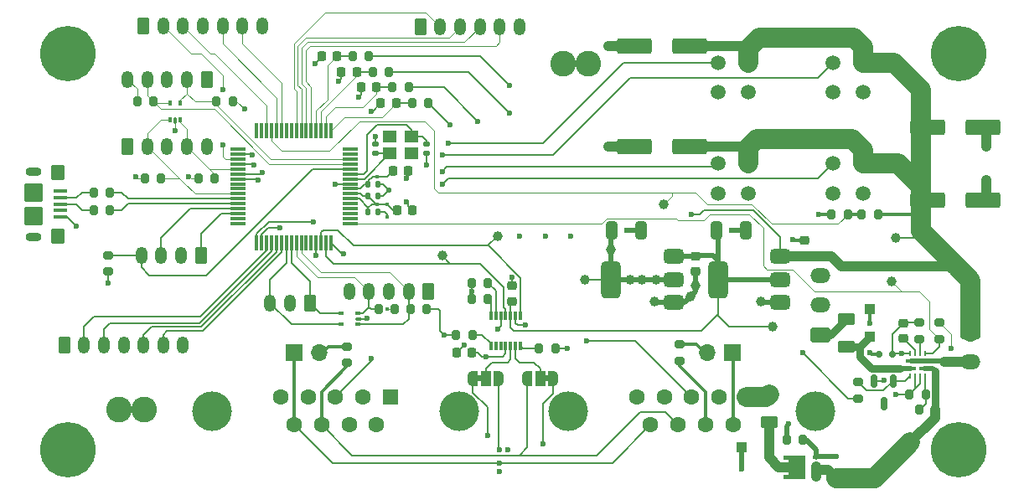
<source format=gbr>
%TF.GenerationSoftware,KiCad,Pcbnew,9.0.0*%
%TF.CreationDate,2025-05-15T11:56:11+12:00*%
%TF.ProjectId,Servo_Board,53657276-6f5f-4426-9f61-72642e6b6963,A*%
%TF.SameCoordinates,Original*%
%TF.FileFunction,Copper,L1,Top*%
%TF.FilePolarity,Positive*%
%FSLAX46Y46*%
G04 Gerber Fmt 4.6, Leading zero omitted, Abs format (unit mm)*
G04 Created by KiCad (PCBNEW 9.0.0) date 2025-05-15 11:56:11*
%MOMM*%
%LPD*%
G01*
G04 APERTURE LIST*
G04 Aperture macros list*
%AMRoundRect*
0 Rectangle with rounded corners*
0 $1 Rounding radius*
0 $2 $3 $4 $5 $6 $7 $8 $9 X,Y pos of 4 corners*
0 Add a 4 corners polygon primitive as box body*
4,1,4,$2,$3,$4,$5,$6,$7,$8,$9,$2,$3,0*
0 Add four circle primitives for the rounded corners*
1,1,$1+$1,$2,$3*
1,1,$1+$1,$4,$5*
1,1,$1+$1,$6,$7*
1,1,$1+$1,$8,$9*
0 Add four rect primitives between the rounded corners*
20,1,$1+$1,$2,$3,$4,$5,0*
20,1,$1+$1,$4,$5,$6,$7,0*
20,1,$1+$1,$6,$7,$8,$9,0*
20,1,$1+$1,$8,$9,$2,$3,0*%
%AMFreePoly0*
4,1,23,0.550000,-0.750000,0.000000,-0.750000,0.000000,-0.745722,-0.065263,-0.745722,-0.191342,-0.711940,-0.304381,-0.646677,-0.396677,-0.554381,-0.461940,-0.441342,-0.495722,-0.315263,-0.495722,-0.250000,-0.500000,-0.250000,-0.500000,0.250000,-0.495722,0.250000,-0.495722,0.315263,-0.461940,0.441342,-0.396677,0.554381,-0.304381,0.646677,-0.191342,0.711940,-0.065263,0.745722,0.000000,0.745722,
0.000000,0.750000,0.550000,0.750000,0.550000,-0.750000,0.550000,-0.750000,$1*%
%AMFreePoly1*
4,1,23,0.000000,0.745722,0.065263,0.745722,0.191342,0.711940,0.304381,0.646677,0.396677,0.554381,0.461940,0.441342,0.495722,0.315263,0.495722,0.250000,0.500000,0.250000,0.500000,-0.250000,0.495722,-0.250000,0.495722,-0.315263,0.461940,-0.441342,0.396677,-0.554381,0.304381,-0.646677,0.191342,-0.711940,0.065263,-0.745722,0.000000,-0.745722,0.000000,-0.750000,-0.550000,-0.750000,
-0.550000,0.750000,0.000000,0.750000,0.000000,0.745722,0.000000,0.745722,$1*%
%AMFreePoly2*
4,1,17,1.395000,0.765000,0.855000,0.765000,0.855000,0.535000,1.395000,0.535000,1.395000,0.115000,0.855000,0.115000,0.855000,-0.115000,1.395000,-0.115000,1.395000,-0.535000,0.855000,-0.535000,0.855000,-0.765000,1.395000,-0.765000,1.395000,-1.185000,-0.855000,-1.185000,-0.855000,1.185000,1.395000,1.185000,1.395000,0.765000,1.395000,0.765000,$1*%
G04 Aperture macros list end*
%TA.AperFunction,EtchedComponent*%
%ADD10C,0.000000*%
%TD*%
%TA.AperFunction,SMDPad,CuDef*%
%ADD11C,1.000000*%
%TD*%
%TA.AperFunction,ComponentPad*%
%ADD12C,2.600000*%
%TD*%
%TA.AperFunction,SMDPad,CuDef*%
%ADD13RoundRect,0.225000X0.250000X-0.225000X0.250000X0.225000X-0.250000X0.225000X-0.250000X-0.225000X0*%
%TD*%
%TA.AperFunction,SMDPad,CuDef*%
%ADD14RoundRect,0.250000X1.500000X0.550000X-1.500000X0.550000X-1.500000X-0.550000X1.500000X-0.550000X0*%
%TD*%
%TA.AperFunction,SMDPad,CuDef*%
%ADD15R,0.304800X0.972299*%
%TD*%
%TA.AperFunction,SMDPad,CuDef*%
%ADD16RoundRect,0.200000X-0.200000X-0.275000X0.200000X-0.275000X0.200000X0.275000X-0.200000X0.275000X0*%
%TD*%
%TA.AperFunction,SMDPad,CuDef*%
%ADD17RoundRect,0.200000X0.275000X-0.200000X0.275000X0.200000X-0.275000X0.200000X-0.275000X-0.200000X0*%
%TD*%
%TA.AperFunction,ComponentPad*%
%ADD18C,3.600000*%
%TD*%
%TA.AperFunction,ConnectorPad*%
%ADD19C,5.600000*%
%TD*%
%TA.AperFunction,ComponentPad*%
%ADD20RoundRect,0.250000X0.350000X0.625000X-0.350000X0.625000X-0.350000X-0.625000X0.350000X-0.625000X0*%
%TD*%
%TA.AperFunction,ComponentPad*%
%ADD21O,1.200000X1.750000*%
%TD*%
%TA.AperFunction,SMDPad,CuDef*%
%ADD22RoundRect,0.200000X0.200000X0.275000X-0.200000X0.275000X-0.200000X-0.275000X0.200000X-0.275000X0*%
%TD*%
%TA.AperFunction,SMDPad,CuDef*%
%ADD23FreePoly0,0.000000*%
%TD*%
%TA.AperFunction,SMDPad,CuDef*%
%ADD24R,1.000000X1.500000*%
%TD*%
%TA.AperFunction,SMDPad,CuDef*%
%ADD25FreePoly1,0.000000*%
%TD*%
%TA.AperFunction,ComponentPad*%
%ADD26RoundRect,0.250000X-0.350000X-0.625000X0.350000X-0.625000X0.350000X0.625000X-0.350000X0.625000X0*%
%TD*%
%TA.AperFunction,SMDPad,CuDef*%
%ADD27RoundRect,0.225000X-0.250000X0.225000X-0.250000X-0.225000X0.250000X-0.225000X0.250000X0.225000X0*%
%TD*%
%TA.AperFunction,SMDPad,CuDef*%
%ADD28RoundRect,0.225000X0.225000X0.250000X-0.225000X0.250000X-0.225000X-0.250000X0.225000X-0.250000X0*%
%TD*%
%TA.AperFunction,SMDPad,CuDef*%
%ADD29RoundRect,0.250000X0.625000X-0.375000X0.625000X0.375000X-0.625000X0.375000X-0.625000X-0.375000X0*%
%TD*%
%TA.AperFunction,ComponentPad*%
%ADD30R,1.700000X1.700000*%
%TD*%
%TA.AperFunction,ComponentPad*%
%ADD31O,1.700000X1.700000*%
%TD*%
%TA.AperFunction,SMDPad,CuDef*%
%ADD32RoundRect,0.140000X-0.170000X0.140000X-0.170000X-0.140000X0.170000X-0.140000X0.170000X0.140000X0*%
%TD*%
%TA.AperFunction,SMDPad,CuDef*%
%ADD33RoundRect,0.375000X0.625000X0.375000X-0.625000X0.375000X-0.625000X-0.375000X0.625000X-0.375000X0*%
%TD*%
%TA.AperFunction,SMDPad,CuDef*%
%ADD34RoundRect,0.500000X0.500000X1.400000X-0.500000X1.400000X-0.500000X-1.400000X0.500000X-1.400000X0*%
%TD*%
%TA.AperFunction,SMDPad,CuDef*%
%ADD35RoundRect,0.150000X-0.150000X0.512500X-0.150000X-0.512500X0.150000X-0.512500X0.150000X0.512500X0*%
%TD*%
%TA.AperFunction,SMDPad,CuDef*%
%ADD36RoundRect,0.250000X-0.300000X0.300000X-0.300000X-0.300000X0.300000X-0.300000X0.300000X0.300000X0*%
%TD*%
%TA.AperFunction,SMDPad,CuDef*%
%ADD37RoundRect,0.250000X-1.500000X-0.550000X1.500000X-0.550000X1.500000X0.550000X-1.500000X0.550000X0*%
%TD*%
%TA.AperFunction,SMDPad,CuDef*%
%ADD38RoundRect,0.250000X-0.325000X-0.650000X0.325000X-0.650000X0.325000X0.650000X-0.325000X0.650000X0*%
%TD*%
%TA.AperFunction,SMDPad,CuDef*%
%ADD39R,1.050000X0.399999*%
%TD*%
%TA.AperFunction,SMDPad,CuDef*%
%ADD40R,0.200000X0.599999*%
%TD*%
%TA.AperFunction,SMDPad,CuDef*%
%ADD41RoundRect,0.200000X-0.275000X0.200000X-0.275000X-0.200000X0.275000X-0.200000X0.275000X0.200000X0*%
%TD*%
%TA.AperFunction,SMDPad,CuDef*%
%ADD42RoundRect,0.140000X-0.140000X-0.170000X0.140000X-0.170000X0.140000X0.170000X-0.140000X0.170000X0*%
%TD*%
%TA.AperFunction,SMDPad,CuDef*%
%ADD43RoundRect,0.140000X0.170000X-0.140000X0.170000X0.140000X-0.170000X0.140000X-0.170000X-0.140000X0*%
%TD*%
%TA.AperFunction,SMDPad,CuDef*%
%ADD44RoundRect,0.100000X-0.575000X0.100000X-0.575000X-0.100000X0.575000X-0.100000X0.575000X0.100000X0*%
%TD*%
%TA.AperFunction,HeatsinkPad*%
%ADD45O,1.600000X0.900000*%
%TD*%
%TA.AperFunction,SMDPad,CuDef*%
%ADD46RoundRect,0.250000X-0.450000X0.550000X-0.450000X-0.550000X0.450000X-0.550000X0.450000X0.550000X0*%
%TD*%
%TA.AperFunction,SMDPad,CuDef*%
%ADD47RoundRect,0.250000X-0.700000X0.700000X-0.700000X-0.700000X0.700000X-0.700000X0.700000X0.700000X0*%
%TD*%
%TA.AperFunction,SMDPad,CuDef*%
%ADD48RoundRect,0.225000X-0.225000X-0.250000X0.225000X-0.250000X0.225000X0.250000X-0.225000X0.250000X0*%
%TD*%
%TA.AperFunction,SMDPad,CuDef*%
%ADD49FreePoly0,180.000000*%
%TD*%
%TA.AperFunction,SMDPad,CuDef*%
%ADD50FreePoly1,180.000000*%
%TD*%
%TA.AperFunction,SMDPad,CuDef*%
%ADD51RoundRect,0.075000X0.700000X0.075000X-0.700000X0.075000X-0.700000X-0.075000X0.700000X-0.075000X0*%
%TD*%
%TA.AperFunction,SMDPad,CuDef*%
%ADD52RoundRect,0.075000X0.075000X0.700000X-0.075000X0.700000X-0.075000X-0.700000X0.075000X-0.700000X0*%
%TD*%
%TA.AperFunction,SMDPad,CuDef*%
%ADD53RoundRect,0.095000X0.095000X-0.155000X0.095000X0.155000X-0.095000X0.155000X-0.095000X-0.155000X0*%
%TD*%
%TA.AperFunction,SMDPad,CuDef*%
%ADD54RoundRect,0.075000X0.075000X-0.250000X0.075000X0.250000X-0.075000X0.250000X-0.075000X-0.250000X0*%
%TD*%
%TA.AperFunction,SMDPad,CuDef*%
%ADD55R,1.400000X1.200000*%
%TD*%
%TA.AperFunction,SMDPad,CuDef*%
%ADD56RoundRect,0.150000X0.150000X0.200000X-0.150000X0.200000X-0.150000X-0.200000X0.150000X-0.200000X0*%
%TD*%
%TA.AperFunction,SMDPad,CuDef*%
%ADD57RoundRect,0.250000X-0.300000X-0.300000X0.300000X-0.300000X0.300000X0.300000X-0.300000X0.300000X0*%
%TD*%
%TA.AperFunction,SMDPad,CuDef*%
%ADD58RoundRect,0.105000X0.245000X0.105000X-0.245000X0.105000X-0.245000X-0.105000X0.245000X-0.105000X0*%
%TD*%
%TA.AperFunction,SMDPad,CuDef*%
%ADD59FreePoly2,180.000000*%
%TD*%
%TA.AperFunction,SMDPad,CuDef*%
%ADD60RoundRect,0.125000X0.125000X-0.125000X0.125000X0.125000X-0.125000X0.125000X-0.125000X-0.125000X0*%
%TD*%
%TA.AperFunction,SMDPad,CuDef*%
%ADD61RoundRect,0.095000X0.155000X0.095000X-0.155000X0.095000X-0.155000X-0.095000X0.155000X-0.095000X0*%
%TD*%
%TA.AperFunction,SMDPad,CuDef*%
%ADD62RoundRect,0.075000X0.250000X0.075000X-0.250000X0.075000X-0.250000X-0.075000X0.250000X-0.075000X0*%
%TD*%
%TA.AperFunction,ComponentPad*%
%ADD63RoundRect,0.250001X0.499999X0.499999X-0.499999X0.499999X-0.499999X-0.499999X0.499999X-0.499999X0*%
%TD*%
%TA.AperFunction,ComponentPad*%
%ADD64C,1.500000*%
%TD*%
%TA.AperFunction,ComponentPad*%
%ADD65RoundRect,0.250001X0.759999X-0.499999X0.759999X0.499999X-0.759999X0.499999X-0.759999X-0.499999X0*%
%TD*%
%TA.AperFunction,ComponentPad*%
%ADD66O,2.020000X1.500000*%
%TD*%
%TA.AperFunction,ComponentPad*%
%ADD67C,4.000000*%
%TD*%
%TA.AperFunction,ComponentPad*%
%ADD68R,1.600000X1.600000*%
%TD*%
%TA.AperFunction,ComponentPad*%
%ADD69C,1.600000*%
%TD*%
%TA.AperFunction,ComponentPad*%
%ADD70RoundRect,0.250001X-0.759999X0.499999X-0.759999X-0.499999X0.759999X-0.499999X0.759999X0.499999X0*%
%TD*%
%TA.AperFunction,ViaPad*%
%ADD71C,0.450000*%
%TD*%
%TA.AperFunction,ViaPad*%
%ADD72C,0.600000*%
%TD*%
%TA.AperFunction,ViaPad*%
%ADD73C,1.000000*%
%TD*%
%TA.AperFunction,Conductor*%
%ADD74C,0.200000*%
%TD*%
%TA.AperFunction,Conductor*%
%ADD75C,1.000000*%
%TD*%
%TA.AperFunction,Conductor*%
%ADD76C,0.100000*%
%TD*%
%TA.AperFunction,Conductor*%
%ADD77C,0.300000*%
%TD*%
%TA.AperFunction,Conductor*%
%ADD78C,0.750000*%
%TD*%
%TA.AperFunction,Conductor*%
%ADD79C,0.500000*%
%TD*%
%TA.AperFunction,Conductor*%
%ADD80C,2.000000*%
%TD*%
G04 APERTURE END LIST*
D10*
%TA.AperFunction,EtchedComponent*%
%TO.C,JP2*%
G36*
X146800000Y-113100000D02*
G01*
X146300000Y-113100000D01*
X146300000Y-112500000D01*
X146800000Y-112500000D01*
X146800000Y-113100000D01*
G37*
%TD.AperFunction*%
%TA.AperFunction,EtchedComponent*%
%TO.C,JP1*%
G36*
X153600000Y-113100000D02*
G01*
X153100000Y-113100000D01*
X153100000Y-112500000D01*
X153600000Y-112500000D01*
X153600000Y-113100000D01*
G37*
%TD.AperFunction*%
%TD*%
D11*
%TO.P,TP17,1,1*%
%TO.N,+5V*%
X176200000Y-107600000D03*
%TD*%
D12*
%TO.P,TP20,1,1*%
%TO.N,GND*%
X155000000Y-81000000D03*
X157540000Y-81000000D03*
%TD*%
%TO.P,TP19,1,1*%
%TO.N,GND*%
X110130000Y-116000000D03*
X112670000Y-116000000D03*
%TD*%
D11*
%TO.P,TP18,1,1*%
%TO.N,+3V3*%
X157200000Y-102800000D03*
%TD*%
%TO.P,TP16,1,1*%
%TO.N,+7V4*%
X188600000Y-98600000D03*
%TD*%
%TO.P,TP4,1,1*%
%TO.N,/PWR_SOURCE*%
X188200000Y-103000000D03*
%TD*%
%TO.P,TP3,1,1*%
%TO.N,/2S+ A10*%
X165200000Y-95200000D03*
%TD*%
%TO.P,TP2,1,1*%
%TO.N,/CAN1_TX*%
X142800000Y-100400000D03*
%TD*%
%TO.P,TP1,1,1*%
%TO.N,/CAN1_RX*%
X148400000Y-98400000D03*
%TD*%
D13*
%TO.P,C9,1*%
%TO.N,+5V*%
X149800000Y-105000000D03*
%TO.P,C9,2*%
%TO.N,GND*%
X149800000Y-103450000D03*
%TD*%
D14*
%TO.P,C21,1*%
%TO.N,+7V4*%
X167800000Y-89400000D03*
%TO.P,C21,2*%
%TO.N,GND*%
X162200000Y-89400000D03*
%TD*%
D15*
%TO.P,U2,1,TXD1*%
%TO.N,/CAN1_RX*%
X150700378Y-106459749D03*
%TO.P,U2,2,GND*%
%TO.N,GND*%
X150200252Y-106459749D03*
%TO.P,U2,3,VCC*%
%TO.N,+5V*%
X149700126Y-106459749D03*
%TO.P,U2,4,RXD1*%
%TO.N,/CAN1_TX*%
X149200000Y-106459749D03*
%TO.P,U2,5,GND*%
%TO.N,GND*%
X148699874Y-106459749D03*
%TO.P,U2,6,TXD2*%
%TO.N,Net-(U2-TXD2)*%
X148199748Y-106459749D03*
%TO.P,U2,7,RXD2*%
%TO.N,Net-(U2-RXD2)*%
X147699622Y-106459749D03*
%TO.P,U2,8,STB2*%
%TO.N,Net-(U2-STB2)*%
X147699622Y-109540251D03*
%TO.P,U2,9,CANL2*%
%TO.N,unconnected-(U2-CANL2-Pad9)*%
X148199748Y-109540251D03*
%TO.P,U2,10,CANH2*%
%TO.N,unconnected-(U2-CANH2-Pad10)*%
X148699874Y-109540251D03*
%TO.P,U2,11,VIO*%
%TO.N,+3V3*%
X149200000Y-109540251D03*
%TO.P,U2,12,CANL1*%
%TO.N,/CANL*%
X149700126Y-109540251D03*
%TO.P,U2,13,CANH1*%
%TO.N,/CANH*%
X150200252Y-109540251D03*
%TO.P,U2,14,STB1*%
%TO.N,Net-(U2-STB1)*%
X150700378Y-109540251D03*
%TD*%
D16*
%TO.P,R4,1*%
%TO.N,+3V3*%
X111975000Y-84800000D03*
%TO.P,R4,2*%
%TO.N,/I2C3_SCL*%
X113625000Y-84800000D03*
%TD*%
D17*
%TO.P,R22,1*%
%TO.N,Net-(U5-ILM)*%
X191000000Y-108825000D03*
%TO.P,R22,2*%
%TO.N,Net-(D8-A)*%
X191000000Y-107175000D03*
%TD*%
D18*
%TO.P,H4,1,1*%
%TO.N,GND*%
X195000000Y-120000000D03*
D19*
X195000000Y-120000000D03*
%TD*%
D20*
%TO.P,J1,1,Pin_1*%
%TO.N,/SWCLK*%
X118400000Y-100400000D03*
D21*
%TO.P,J1,2,Pin_2*%
%TO.N,GND*%
X116400000Y-100400000D03*
%TO.P,J1,3,Pin_3*%
%TO.N,/SWDIO*%
X114400000Y-100400000D03*
%TO.P,J1,4,Pin_4*%
%TO.N,/NRST*%
X112400000Y-100400000D03*
%TD*%
D22*
%TO.P,R20,1*%
%TO.N,Net-(J16-Pin_4)*%
X137400000Y-81800000D03*
%TO.P,R20,2*%
%TO.N,/POT_C A2*%
X135750000Y-81800000D03*
%TD*%
D23*
%TO.P,JP2,1,A*%
%TO.N,/CANL1*%
X145900000Y-112800000D03*
D24*
%TO.P,JP2,2,C*%
%TO.N,/CANL*%
X147200000Y-112800000D03*
D25*
%TO.P,JP2,3,B*%
%TO.N,/CANL2*%
X148500000Y-112800000D03*
%TD*%
D26*
%TO.P,J18,1,Pin_1*%
%TO.N,GND*%
X112600000Y-77200000D03*
D21*
%TO.P,J18,2,Pin_2*%
%TO.N,/PWM_EXT*%
X114600000Y-77200000D03*
%TO.P,J18,3,Pin_3*%
%TO.N,/A11*%
X116600000Y-77200000D03*
%TO.P,J18,4,Pin_4*%
%TO.N,+3V3*%
X118600000Y-77200000D03*
%TO.P,J18,5,Pin_5*%
%TO.N,/A9*%
X120600000Y-77200000D03*
%TO.P,J18,6,Pin_6*%
%TO.N,/A8*%
X122600000Y-77200000D03*
%TO.P,J18,7,Pin_7*%
%TO.N,GND*%
X124600000Y-77200000D03*
%TD*%
D27*
%TO.P,C12,1*%
%TO.N,+5V*%
X168400000Y-100425000D03*
%TO.P,C12,2*%
%TO.N,GND*%
X168400000Y-101975000D03*
%TD*%
D28*
%TO.P,C19,1*%
%TO.N,/POT_C A2*%
X134150000Y-81800000D03*
%TO.P,C19,2*%
%TO.N,GND*%
X132600000Y-81800000D03*
%TD*%
D13*
%TO.P,C23,1*%
%TO.N,Net-(U5-SS)*%
X189400000Y-108775000D03*
%TO.P,C23,2*%
%TO.N,Net-(D8-A)*%
X189400000Y-107225000D03*
%TD*%
D29*
%TO.P,F2,1*%
%TO.N,Net-(D10-A2)*%
X183600000Y-109600000D03*
%TO.P,F2,2*%
%TO.N,Net-(J19-Pin_1)*%
X183600000Y-106800000D03*
%TD*%
D16*
%TO.P,R30,1*%
%TO.N,+3V3*%
X112750000Y-92600000D03*
%TO.P,R30,2*%
%TO.N,/I2C1_SDA*%
X114400000Y-92600000D03*
%TD*%
D30*
%TO.P,J10,1,Pin_1*%
%TO.N,/CANL2*%
X127800000Y-110200000D03*
D31*
%TO.P,J10,2,Pin_2*%
%TO.N,Net-(J10-Pin_2)*%
X130340000Y-110200000D03*
%TD*%
D32*
%TO.P,C7,1*%
%TO.N,Net-(U1-PF1)*%
X141200000Y-89120000D03*
%TO.P,C7,2*%
%TO.N,GND*%
X141200000Y-90080000D03*
%TD*%
D33*
%TO.P,U3,1,GND*%
%TO.N,GND*%
X166150000Y-105100000D03*
%TO.P,U3,2,VO*%
%TO.N,+3V3*%
X166150000Y-102800000D03*
D34*
X159850000Y-102800000D03*
D33*
%TO.P,U3,3,VI*%
%TO.N,+5V*%
X166150000Y-100500000D03*
%TD*%
D28*
%TO.P,C10,1*%
%TO.N,/POT_B A1*%
X136150000Y-83400000D03*
%TO.P,C10,2*%
%TO.N,GND*%
X134600000Y-83400000D03*
%TD*%
D26*
%TO.P,J8,1,Pin_1*%
%TO.N,GND*%
X140600000Y-77250000D03*
D21*
%TO.P,J8,2,Pin_2*%
%TO.N,/SPI_MOSI*%
X142600000Y-77250000D03*
%TO.P,J8,3,Pin_3*%
%TO.N,/SPI_MISO*%
X144600000Y-77250000D03*
%TO.P,J8,4,Pin_4*%
%TO.N,/SPI_SCK*%
X146600000Y-77250000D03*
%TO.P,J8,5,Pin_5*%
%TO.N,/SPI_CS*%
X148600000Y-77250000D03*
%TO.P,J8,6,Pin_6*%
%TO.N,+3V3*%
X150600000Y-77250000D03*
%TD*%
D18*
%TO.P,H3,1,1*%
%TO.N,GND*%
X105000000Y-120000000D03*
D19*
X105000000Y-120000000D03*
%TD*%
D22*
%TO.P,R8,1*%
%TO.N,Net-(U1-PA10{slash}PA12)*%
X109225000Y-95800000D03*
%TO.P,R8,2*%
%TO.N,/USB_D+*%
X107575000Y-95800000D03*
%TD*%
D35*
%TO.P,D9,1,K*%
%TO.N,Net-(D9-K)*%
X188350000Y-113062500D03*
%TO.P,D9,2,A*%
%TO.N,Net-(D8-A)*%
X186450000Y-113062500D03*
%TO.P,D9,3*%
%TO.N,N/C*%
X187400000Y-115337500D03*
%TD*%
D36*
%TO.P,D10,1,A1*%
%TO.N,GND*%
X186000000Y-105800000D03*
%TO.P,D10,2,A2*%
%TO.N,Net-(D10-A2)*%
X186000000Y-108600000D03*
%TD*%
D22*
%TO.P,R14,1*%
%TO.N,Net-(U2-STB2)*%
X145825000Y-108400000D03*
%TO.P,R14,2*%
%TO.N,+3V3*%
X144175000Y-108400000D03*
%TD*%
D37*
%TO.P,C15,1*%
%TO.N,+7V4*%
X191800000Y-94800000D03*
%TO.P,C15,2*%
%TO.N,GND*%
X197400000Y-94800000D03*
%TD*%
D38*
%TO.P,C11,1*%
%TO.N,+3V3*%
X159925000Y-97800000D03*
%TO.P,C11,2*%
%TO.N,GND*%
X162875000Y-97800000D03*
%TD*%
D39*
%TO.P,U5,1,OUT*%
%TO.N,Net-(SW1-Pin_2)*%
X190125000Y-111075002D03*
%TO.P,U5,2,IN2*%
%TO.N,Net-(D10-A2)*%
X190125000Y-111775001D03*
D40*
%TO.P,U5,3,CP2*%
%TO.N,Net-(D9-K)*%
X190049999Y-112550000D03*
%TO.P,U5,4,OV2*%
%TO.N,Net-(D8-A)*%
X190550000Y-112550000D03*
%TO.P,U5,5,OV1*%
X191050000Y-112550000D03*
%TO.P,U5,6,PR1*%
%TO.N,Net-(U5-PR1)*%
X191550001Y-112550000D03*
D39*
%TO.P,U5,7,IN1*%
%TO.N,Net-(D6-K)*%
X191475000Y-111775001D03*
%TO.P,U5,8,OUT*%
%TO.N,Net-(SW1-Pin_2)*%
X191475000Y-111075002D03*
D40*
%TO.P,U5,9,ST*%
%TO.N,/PWR_SOURCE*%
X191550001Y-110250002D03*
%TO.P,U5,10,ILM*%
%TO.N,Net-(U5-ILM)*%
X191050000Y-110250002D03*
%TO.P,U5,11,SS*%
%TO.N,Net-(U5-SS)*%
X190550000Y-110250002D03*
%TO.P,U5,12,GND*%
%TO.N,Net-(D8-A)*%
X190049999Y-110250002D03*
%TD*%
D30*
%TO.P,J9,1,Pin_1*%
%TO.N,/CANH1*%
X172075000Y-110200000D03*
D31*
%TO.P,J9,2,Pin_2*%
%TO.N,Net-(J9-Pin_2)*%
X169535000Y-110200000D03*
%TD*%
D41*
%TO.P,R27,1*%
%TO.N,/NRST*%
X109000000Y-100375000D03*
%TO.P,R27,2*%
%TO.N,+3V3*%
X109000000Y-102025000D03*
%TD*%
D18*
%TO.P,H2,1,1*%
%TO.N,GND*%
X195000000Y-80000000D03*
D19*
X195000000Y-80000000D03*
%TD*%
D28*
%TO.P,C16,1*%
%TO.N,/POT_A A0*%
X138125000Y-85000000D03*
%TO.P,C16,2*%
%TO.N,GND*%
X136575000Y-85000000D03*
%TD*%
%TO.P,C20,1*%
%TO.N,/POT_D A3*%
X132175000Y-80200000D03*
%TO.P,C20,2*%
%TO.N,GND*%
X130625000Y-80200000D03*
%TD*%
D20*
%TO.P,J2,1,Pin_1*%
%TO.N,/UART2_RX*%
X129400000Y-105200000D03*
D21*
%TO.P,J2,2,Pin_2*%
%TO.N,GND*%
X127400000Y-105200000D03*
%TO.P,J2,3,Pin_3*%
%TO.N,/UART2_TX*%
X125400000Y-105200000D03*
%TD*%
D42*
%TO.P,C5,1*%
%TO.N,+3V3*%
X135320000Y-94400000D03*
%TO.P,C5,2*%
%TO.N,GND*%
X136280000Y-94400000D03*
%TD*%
D43*
%TO.P,C6,1*%
%TO.N,Net-(U1-PF0)*%
X136000000Y-90080000D03*
%TO.P,C6,2*%
%TO.N,GND*%
X136000000Y-89120000D03*
%TD*%
D22*
%TO.P,R17,1*%
%TO.N,+7V4*%
X186825000Y-96200000D03*
%TO.P,R17,2*%
%TO.N,/2S+ A10*%
X185175000Y-96200000D03*
%TD*%
D16*
%TO.P,R13,1*%
%TO.N,+3V3*%
X145775000Y-104800000D03*
%TO.P,R13,2*%
%TO.N,Net-(U2-RXD2)*%
X147425000Y-104800000D03*
%TD*%
D44*
%TO.P,J4,1,VBUS*%
%TO.N,unconnected-(J4-VBUS-Pad1)*%
X104200000Y-93900000D03*
%TO.P,J4,2,D-*%
%TO.N,/USB_D-*%
X104200000Y-94550000D03*
%TO.P,J4,3,D+*%
%TO.N,/USB_D+*%
X104200000Y-95200000D03*
%TO.P,J4,4,ID*%
%TO.N,unconnected-(J4-ID-Pad4)*%
X104200000Y-95850000D03*
%TO.P,J4,5,GND*%
%TO.N,GND*%
X104200000Y-96500000D03*
D45*
%TO.P,J4,6,Shield*%
%TO.N,unconnected-(J4-Shield-Pad6)*%
X101525000Y-91900000D03*
D46*
%TO.N,unconnected-(J4-Shield-Pad6)_3*%
X103975000Y-92000000D03*
D47*
%TO.N,unconnected-(J4-Shield-Pad6)_5*%
X101525000Y-94000000D03*
%TO.N,unconnected-(J4-Shield-Pad6)_4*%
X101525000Y-96400000D03*
D46*
%TO.N,unconnected-(J4-Shield-Pad6)_2*%
X103975000Y-98400000D03*
D45*
%TO.N,unconnected-(J4-Shield-Pad6)_1*%
X101525000Y-98500000D03*
%TD*%
D22*
%TO.P,R19,1*%
%TO.N,/2S+ A10*%
X183755000Y-96200000D03*
%TO.P,R19,2*%
%TO.N,GND*%
X182105000Y-96200000D03*
%TD*%
D48*
%TO.P,C4,1*%
%TO.N,+3V3*%
X138225000Y-95800000D03*
%TO.P,C4,2*%
%TO.N,GND*%
X139775000Y-95800000D03*
%TD*%
D49*
%TO.P,JP1,1,A*%
%TO.N,/CANH1*%
X154000000Y-112800000D03*
D24*
%TO.P,JP1,2,C*%
%TO.N,/CANH*%
X152700000Y-112800000D03*
D50*
%TO.P,JP1,3,B*%
%TO.N,/CANH2*%
X151400000Y-112800000D03*
%TD*%
D48*
%TO.P,C3,1*%
%TO.N,+3V3*%
X137825000Y-91800000D03*
%TO.P,C3,2*%
%TO.N,GND*%
X139375000Y-91800000D03*
%TD*%
D28*
%TO.P,C8,1*%
%TO.N,+3V3*%
X145775000Y-110200000D03*
%TO.P,C8,2*%
%TO.N,GND*%
X144225000Y-110200000D03*
%TD*%
D42*
%TO.P,C2,1*%
%TO.N,+3V3*%
X135320000Y-96000000D03*
%TO.P,C2,2*%
%TO.N,GND*%
X136280000Y-96000000D03*
%TD*%
D13*
%TO.P,C14,1*%
%TO.N,+7V4*%
X179400000Y-100375000D03*
%TO.P,C14,2*%
%TO.N,GND*%
X179400000Y-98825000D03*
%TD*%
D17*
%TO.P,R26,1*%
%TO.N,+3V3*%
X184800000Y-114825000D03*
%TO.P,R26,2*%
%TO.N,Net-(D9-K)*%
X184800000Y-113175000D03*
%TD*%
D22*
%TO.P,R6,1*%
%TO.N,+3V3*%
X138025000Y-105800000D03*
%TO.P,R6,2*%
%TO.N,/I2C2_SCL*%
X136375000Y-105800000D03*
%TD*%
%TO.P,R18,1*%
%TO.N,Net-(D6-A)*%
X179225000Y-119000000D03*
%TO.P,R18,2*%
%TO.N,GND*%
X177575000Y-119000000D03*
%TD*%
D51*
%TO.P,U1,1,PC11*%
%TO.N,/PWR_SOURCE*%
X133475000Y-97150000D03*
%TO.P,U1,2,PC12*%
%TO.N,unconnected-(U1-PC12-Pad2)*%
X133475000Y-96650000D03*
%TO.P,U1,3,PC13*%
%TO.N,unconnected-(U1-PC13-Pad3)*%
X133475000Y-96150000D03*
%TO.P,U1,4,PC14*%
%TO.N,unconnected-(U1-PC14-Pad4)*%
X133475000Y-95650000D03*
%TO.P,U1,5,PC15*%
%TO.N,unconnected-(U1-PC15-Pad5)*%
X133475000Y-95150000D03*
%TO.P,U1,6,VBAT*%
%TO.N,+3V3*%
X133475000Y-94650000D03*
%TO.P,U1,7,VREF+*%
X133475000Y-94150000D03*
%TO.P,U1,8,VDD*%
X133475000Y-93650000D03*
%TO.P,U1,9,VSS*%
%TO.N,GND*%
X133475000Y-93150000D03*
%TO.P,U1,10,PF0*%
%TO.N,Net-(U1-PF0)*%
X133475000Y-92650000D03*
%TO.P,U1,11,PF1*%
%TO.N,Net-(U1-PF1)*%
X133475000Y-92150000D03*
%TO.P,U1,12,PF2*%
%TO.N,/NRST*%
X133475000Y-91650000D03*
%TO.P,U1,13,PC0*%
%TO.N,/I2C3_SCL*%
X133475000Y-91150000D03*
%TO.P,U1,14,PC1*%
%TO.N,/I2C3_SDA*%
X133475000Y-90650000D03*
%TO.P,U1,15,PC2*%
%TO.N,unconnected-(U1-PC2-Pad15)*%
X133475000Y-90150000D03*
%TO.P,U1,16,PC3*%
%TO.N,unconnected-(U1-PC3-Pad16)*%
X133475000Y-89650000D03*
D52*
%TO.P,U1,17,PA0*%
%TO.N,/POT_A A0*%
X131550000Y-87725000D03*
%TO.P,U1,18,PA1*%
%TO.N,/POT_B A1*%
X131050000Y-87725000D03*
%TO.P,U1,19,PA2*%
%TO.N,/POT_C A2*%
X130550000Y-87725000D03*
%TO.P,U1,20,PA3*%
%TO.N,/POT_D A3*%
X130050000Y-87725000D03*
%TO.P,U1,21,PA4*%
%TO.N,/SPI_CS*%
X129550000Y-87725000D03*
%TO.P,U1,22,PA5*%
%TO.N,/SPI_SCK*%
X129050000Y-87725000D03*
%TO.P,U1,23,PA6*%
%TO.N,/SPI_MISO*%
X128550000Y-87725000D03*
%TO.P,U1,24,PA7*%
%TO.N,/SPI_MOSI*%
X128050000Y-87725000D03*
%TO.P,U1,25,PC4*%
%TO.N,unconnected-(U1-PC4-Pad25)*%
X127550000Y-87725000D03*
%TO.P,U1,26,PC5*%
%TO.N,unconnected-(U1-PC5-Pad26)*%
X127050000Y-87725000D03*
%TO.P,U1,27,PB0*%
%TO.N,/A8*%
X126550000Y-87725000D03*
%TO.P,U1,28,PB1*%
%TO.N,/A9*%
X126050000Y-87725000D03*
%TO.P,U1,29,PB2*%
%TO.N,/2S+ A10*%
X125550000Y-87725000D03*
%TO.P,U1,30,PB10*%
%TO.N,/A11*%
X125050000Y-87725000D03*
%TO.P,U1,31,PB11*%
%TO.N,unconnected-(U1-PB11-Pad31)*%
X124550000Y-87725000D03*
%TO.P,U1,32,PB12*%
%TO.N,unconnected-(U1-PB12-Pad32)*%
X124050000Y-87725000D03*
D51*
%TO.P,U1,33,PB13*%
%TO.N,unconnected-(U1-PB13-Pad33)*%
X122125000Y-89650000D03*
%TO.P,U1,34,PB14*%
%TO.N,/PWM_D*%
X122125000Y-90150000D03*
%TO.P,U1,35,PB15*%
%TO.N,/PWM_EXT*%
X122125000Y-90650000D03*
%TO.P,U1,36,PA8*%
%TO.N,/PWM_C*%
X122125000Y-91150000D03*
%TO.P,U1,37,PA9/UCPD1_DBCC1*%
%TO.N,/I2C1_SCL*%
X122125000Y-91650000D03*
%TO.P,U1,38,PC6*%
%TO.N,/PWM_A*%
X122125000Y-92150000D03*
%TO.P,U1,39,PC7*%
%TO.N,/PWM_B*%
X122125000Y-92650000D03*
%TO.P,U1,40,PD8*%
%TO.N,unconnected-(U1-PD8-Pad40)*%
X122125000Y-93150000D03*
%TO.P,U1,41,PD9*%
%TO.N,unconnected-(U1-PD9-Pad41)*%
X122125000Y-93650000D03*
%TO.P,U1,42,PA10/UCPD1_DBCC2*%
%TO.N,/I2C1_SDA*%
X122125000Y-94150000D03*
%TO.P,U1,43,PA9/PA11*%
%TO.N,Net-(U1-PA9{slash}PA11)*%
X122125000Y-94650000D03*
%TO.P,U1,44,PA10/PA12*%
%TO.N,Net-(U1-PA10{slash}PA12)*%
X122125000Y-95150000D03*
%TO.P,U1,45,PA13*%
%TO.N,/SWDIO*%
X122125000Y-95650000D03*
%TO.P,U1,46,PA14*%
%TO.N,/SWCLK*%
X122125000Y-96150000D03*
%TO.P,U1,47,PA15*%
%TO.N,unconnected-(U1-PA15-Pad47)*%
X122125000Y-96650000D03*
%TO.P,U1,48,PC8*%
%TO.N,unconnected-(U1-PC8-Pad48)*%
X122125000Y-97150000D03*
D52*
%TO.P,U1,49,PC9*%
%TO.N,/LED2*%
X124050000Y-99075000D03*
%TO.P,U1,50,PD0*%
%TO.N,/LED1*%
X124550000Y-99075000D03*
%TO.P,U1,51,PD1*%
%TO.N,/E1*%
X125050000Y-99075000D03*
%TO.P,U1,52,PD2*%
%TO.N,/E2*%
X125550000Y-99075000D03*
%TO.P,U1,53,PD3*%
%TO.N,/E3*%
X126050000Y-99075000D03*
%TO.P,U1,54,PD4*%
%TO.N,/E4*%
X126550000Y-99075000D03*
%TO.P,U1,55,PD5*%
%TO.N,/UART2_TX*%
X127050000Y-99075000D03*
%TO.P,U1,56,PD6*%
%TO.N,/UART2_RX*%
X127550000Y-99075000D03*
%TO.P,U1,57,PB3*%
%TO.N,/I2C2_SCL*%
X128050000Y-99075000D03*
%TO.P,U1,58,PB4*%
%TO.N,/I2C2_SDA*%
X128550000Y-99075000D03*
%TO.P,U1,59,PB5*%
%TO.N,unconnected-(U1-PB5-Pad59)*%
X129050000Y-99075000D03*
%TO.P,U1,60,PB6*%
%TO.N,unconnected-(U1-PB6-Pad60)*%
X129550000Y-99075000D03*
%TO.P,U1,61,PB7*%
%TO.N,/CAN2_AUX*%
X130050000Y-99075000D03*
%TO.P,U1,62,PB8*%
%TO.N,/CAN1_RX*%
X130550000Y-99075000D03*
%TO.P,U1,63,PB9*%
%TO.N,/CAN1_TX*%
X131050000Y-99075000D03*
%TO.P,U1,64,PC10*%
%TO.N,/CAN1_AUX*%
X131550000Y-99075000D03*
%TD*%
D53*
%TO.P,D5,1,K1*%
%TO.N,/I2C1_SDA*%
X115260000Y-86650000D03*
D54*
%TO.P,D5,2,A*%
%TO.N,GND*%
X115800000Y-86730000D03*
D53*
%TO.P,D5,3,K2*%
%TO.N,/I2C1_SCL*%
X116340000Y-86650000D03*
%TO.P,D5,4,K3*%
%TO.N,/I2C3_SDA*%
X116340000Y-84950000D03*
%TO.P,D5,5,K4*%
%TO.N,/I2C3_SCL*%
X115260000Y-84950000D03*
%TD*%
D22*
%TO.P,R24,1*%
%TO.N,Net-(D6-K)*%
X192625000Y-116000000D03*
%TO.P,R24,2*%
%TO.N,Net-(U5-PR1)*%
X190975000Y-116000000D03*
%TD*%
D38*
%TO.P,C13,1*%
%TO.N,+5V*%
X170525000Y-97800000D03*
%TO.P,C13,2*%
%TO.N,GND*%
X173475000Y-97800000D03*
%TD*%
D55*
%TO.P,Y1,1,1*%
%TO.N,Net-(U1-PF0)*%
X137500000Y-90050000D03*
%TO.P,Y1,2*%
%TO.N,N/C*%
X139700000Y-90050000D03*
%TO.P,Y1,3,2*%
%TO.N,Net-(U1-PF1)*%
X139700000Y-88350000D03*
%TO.P,Y1,4*%
%TO.N,N/C*%
X137500000Y-88350000D03*
%TD*%
D56*
%TO.P,D8,1,K*%
%TO.N,GND*%
X186900000Y-110400000D03*
%TO.P,D8,2,A*%
%TO.N,Net-(D8-A)*%
X188300000Y-110400000D03*
%TD*%
D37*
%TO.P,C17,1*%
%TO.N,+7V4*%
X191800000Y-87400000D03*
%TO.P,C17,2*%
%TO.N,GND*%
X197400000Y-87400000D03*
%TD*%
D41*
%TO.P,R23,1*%
%TO.N,+3V3*%
X193000000Y-107175000D03*
%TO.P,R23,2*%
%TO.N,/PWR_SOURCE*%
X193000000Y-108825000D03*
%TD*%
D29*
%TO.P,F1,1*%
%TO.N,Net-(D7-A2)*%
X175800000Y-117200000D03*
%TO.P,F1,2*%
%TO.N,/+7V4_CAN*%
X175800000Y-114400000D03*
%TD*%
D16*
%TO.P,R10,1*%
%TO.N,Net-(U2-STB1)*%
X152575000Y-109800000D03*
%TO.P,R10,2*%
%TO.N,+3V3*%
X154225000Y-109800000D03*
%TD*%
D41*
%TO.P,R11,1*%
%TO.N,Net-(J10-Pin_2)*%
X133200000Y-109575000D03*
%TO.P,R11,2*%
%TO.N,/CANH2*%
X133200000Y-111225000D03*
%TD*%
D22*
%TO.P,R28,1*%
%TO.N,+3V3*%
X141225000Y-105800000D03*
%TO.P,R28,2*%
%TO.N,/I2C2_SDA*%
X139575000Y-105800000D03*
%TD*%
%TO.P,R15,1*%
%TO.N,Net-(J14-Pin_4)*%
X139400000Y-83400000D03*
%TO.P,R15,2*%
%TO.N,/POT_B A1*%
X137750000Y-83400000D03*
%TD*%
%TO.P,R16,1*%
%TO.N,Net-(J15-Pin_4)*%
X141375000Y-85000000D03*
%TO.P,R16,2*%
%TO.N,/POT_A A0*%
X139725000Y-85000000D03*
%TD*%
D33*
%TO.P,U4,1,GND*%
%TO.N,GND*%
X176950000Y-105100000D03*
%TO.P,U4,2,VO*%
%TO.N,+5V*%
X176950000Y-102800000D03*
D34*
X170650000Y-102800000D03*
D33*
%TO.P,U4,3,VI*%
%TO.N,+7V4*%
X176950000Y-100500000D03*
%TD*%
D14*
%TO.P,C22,1*%
%TO.N,+7V4*%
X167800000Y-79200000D03*
%TO.P,C22,2*%
%TO.N,GND*%
X162200000Y-79200000D03*
%TD*%
D22*
%TO.P,R5,1*%
%TO.N,+3V3*%
X121625000Y-84800000D03*
%TO.P,R5,2*%
%TO.N,/I2C3_SDA*%
X119975000Y-84800000D03*
%TD*%
%TO.P,R21,1*%
%TO.N,Net-(J17-Pin_4)*%
X135400000Y-80200000D03*
%TO.P,R21,2*%
%TO.N,/POT_D A3*%
X133750000Y-80200000D03*
%TD*%
%TO.P,R7,1*%
%TO.N,Net-(U1-PA9{slash}PA11)*%
X109225000Y-94000000D03*
%TO.P,R7,2*%
%TO.N,/USB_D-*%
X107575000Y-94000000D03*
%TD*%
D57*
%TO.P,D7,1,A1*%
%TO.N,GND*%
X173000000Y-119800000D03*
%TO.P,D7,2,A2*%
%TO.N,Net-(D7-A2)*%
X175800000Y-119800000D03*
%TD*%
D22*
%TO.P,R25,1*%
%TO.N,Net-(U5-PR1)*%
X191625000Y-114400000D03*
%TO.P,R25,2*%
%TO.N,Net-(D8-A)*%
X189975000Y-114400000D03*
%TD*%
D58*
%TO.P,Q1,1,S*%
%TO.N,Net-(D6-K)*%
X180600000Y-122740000D03*
%TO.P,Q1,2,S*%
X180600000Y-122090000D03*
%TO.P,Q1,3,S*%
X180600000Y-121440000D03*
%TO.P,Q1,4,G*%
%TO.N,Net-(D6-A)*%
X180600000Y-120790000D03*
D59*
%TO.P,Q1,5,D*%
%TO.N,Net-(D7-A2)*%
X178645000Y-121765000D03*
%TD*%
D60*
%TO.P,D6,1,K*%
%TO.N,Net-(D6-K)*%
X182600000Y-122900000D03*
%TO.P,D6,2,A*%
%TO.N,Net-(D6-A)*%
X182600000Y-120700000D03*
%TD*%
D42*
%TO.P,C1,1*%
%TO.N,+3V3*%
X135320000Y-93200000D03*
%TO.P,C1,2*%
%TO.N,GND*%
X136280000Y-93200000D03*
%TD*%
D61*
%TO.P,D4,1,K1*%
%TO.N,/I2C2_SDA*%
X134250000Y-107340000D03*
D62*
%TO.P,D4,2,A*%
%TO.N,GND*%
X134330000Y-106800000D03*
D61*
%TO.P,D4,3,K2*%
%TO.N,/I2C2_SCL*%
X134250000Y-106260000D03*
%TO.P,D4,4,K3*%
%TO.N,/UART2_RX*%
X132550000Y-106260000D03*
%TO.P,D4,5,K4*%
%TO.N,/UART2_TX*%
X132550000Y-107340000D03*
%TD*%
D16*
%TO.P,R29,1*%
%TO.N,+3V3*%
X118175000Y-92600000D03*
%TO.P,R29,2*%
%TO.N,/I2C1_SCL*%
X119825000Y-92600000D03*
%TD*%
D18*
%TO.P,H1,1,1*%
%TO.N,GND*%
X105000000Y-80000000D03*
D19*
X105000000Y-80000000D03*
%TD*%
D41*
%TO.P,R9,1*%
%TO.N,Net-(J9-Pin_2)*%
X166800000Y-109375000D03*
%TO.P,R9,2*%
%TO.N,/CANL1*%
X166800000Y-111025000D03*
%TD*%
D16*
%TO.P,R12,1*%
%TO.N,+3V3*%
X145775000Y-103200000D03*
%TO.P,R12,2*%
%TO.N,Net-(U2-TXD2)*%
X147425000Y-103200000D03*
%TD*%
D63*
%TO.P,J17,1,Pin_1*%
%TO.N,+7V4*%
X173700000Y-80880000D03*
D64*
%TO.P,J17,2,Pin_2*%
%TO.N,/PWM_D*%
X170700000Y-80880000D03*
%TO.P,J17,3,Pin_3*%
%TO.N,GND*%
X173700000Y-83880000D03*
%TO.P,J17,4,Pin_4*%
%TO.N,Net-(J17-Pin_4)*%
X170700000Y-83880000D03*
%TD*%
D63*
%TO.P,J16,1,Pin_1*%
%TO.N,+7V4*%
X185300000Y-80880000D03*
D64*
%TO.P,J16,2,Pin_2*%
%TO.N,/PWM_C*%
X182300000Y-80880000D03*
%TO.P,J16,3,Pin_3*%
%TO.N,GND*%
X185300000Y-83880000D03*
%TO.P,J16,4,Pin_4*%
%TO.N,Net-(J16-Pin_4)*%
X182300000Y-83880000D03*
%TD*%
D65*
%TO.P,J19,1,Pin_1*%
%TO.N,Net-(J19-Pin_1)*%
X181000000Y-108400000D03*
D66*
%TO.P,J19,2,Pin_2*%
%TO.N,GND*%
X181000000Y-105400000D03*
%TO.P,J19,3,Pin_3*%
X181000000Y-102400000D03*
%TD*%
D67*
%TO.P,J12,0*%
%TO.N,N/C*%
X144500000Y-116094669D03*
X119500000Y-116094669D03*
D68*
%TO.P,J12,1,1*%
%TO.N,/+7V4_CAN*%
X137540000Y-114674669D03*
D69*
%TO.P,J12,2,2*%
%TO.N,GND*%
X134770000Y-114674669D03*
%TO.P,J12,3,3*%
%TO.N,/CAN2_AUX*%
X132000000Y-114674669D03*
%TO.P,J12,4,4*%
%TO.N,GND*%
X129230000Y-114674669D03*
%TO.P,J12,5,5*%
%TO.N,/+7V4_CAN*%
X126460000Y-114674669D03*
%TO.P,J12,6,6*%
%TO.N,/CANH1*%
X136155000Y-117514669D03*
%TO.P,J12,7,7*%
%TO.N,/CANL1*%
X133385000Y-117514669D03*
%TO.P,J12,8,8*%
%TO.N,/CANH2*%
X130615000Y-117514669D03*
%TO.P,J12,9,9*%
%TO.N,/CANL2*%
X127845000Y-117514669D03*
%TD*%
D26*
%TO.P,J5,1,Pin_1*%
%TO.N,GND*%
X111000000Y-89350000D03*
D21*
%TO.P,J5,2,Pin_2*%
%TO.N,/I2C1_SDA*%
X113000000Y-89350000D03*
%TO.P,J5,3,Pin_3*%
%TO.N,unconnected-(J5-Pin_3-Pad3)*%
X115000000Y-89350000D03*
%TO.P,J5,4,Pin_4*%
%TO.N,/I2C1_SCL*%
X117000000Y-89350000D03*
%TO.P,J5,5,Pin_5*%
%TO.N,+3V3*%
X119000000Y-89350000D03*
%TD*%
D63*
%TO.P,J15,1,Pin_1*%
%TO.N,+7V4*%
X173700000Y-91080000D03*
D64*
%TO.P,J15,2,Pin_2*%
%TO.N,/PWM_A*%
X170700000Y-91080000D03*
%TO.P,J15,3,Pin_3*%
%TO.N,GND*%
X173700000Y-94080000D03*
%TO.P,J15,4,Pin_4*%
%TO.N,Net-(J15-Pin_4)*%
X170700000Y-94080000D03*
%TD*%
D26*
%TO.P,J3,1,Pin_1*%
%TO.N,GND*%
X104600000Y-109400000D03*
D21*
%TO.P,J3,2,Pin_2*%
%TO.N,/E1*%
X106600000Y-109400000D03*
%TO.P,J3,3,Pin_3*%
%TO.N,/E2*%
X108600000Y-109400000D03*
%TO.P,J3,4,Pin_4*%
%TO.N,+3V3*%
X110600000Y-109400000D03*
%TO.P,J3,5,Pin_5*%
%TO.N,/E3*%
X112600000Y-109400000D03*
%TO.P,J3,6,Pin_6*%
%TO.N,/E4*%
X114600000Y-109400000D03*
%TO.P,J3,7,Pin_7*%
%TO.N,GND*%
X116600000Y-109400000D03*
%TD*%
D67*
%TO.P,J6,0*%
%TO.N,N/C*%
X180500000Y-116094669D03*
X155500000Y-116094669D03*
D68*
%TO.P,J6,1,1*%
%TO.N,/+7V4_CAN*%
X173540000Y-114674669D03*
D69*
%TO.P,J6,2,2*%
%TO.N,GND*%
X170770000Y-114674669D03*
%TO.P,J6,3,3*%
%TO.N,/CAN1_AUX*%
X168000000Y-114674669D03*
%TO.P,J6,4,4*%
%TO.N,GND*%
X165230000Y-114674669D03*
%TO.P,J6,5,5*%
%TO.N,/+7V4_CAN*%
X162460000Y-114674669D03*
%TO.P,J6,6,6*%
%TO.N,/CANH1*%
X172155000Y-117514669D03*
%TO.P,J6,7,7*%
%TO.N,/CANL1*%
X169385000Y-117514669D03*
%TO.P,J6,8,8*%
%TO.N,/CANH2*%
X166615000Y-117514669D03*
%TO.P,J6,9,9*%
%TO.N,/CANL2*%
X163845000Y-117514669D03*
%TD*%
D20*
%TO.P,J7,1,Pin_1*%
%TO.N,GND*%
X141400000Y-104050000D03*
D21*
%TO.P,J7,2,Pin_2*%
%TO.N,/I2C2_SDA*%
X139400000Y-104050000D03*
%TO.P,J7,3,Pin_3*%
%TO.N,unconnected-(J7-Pin_3-Pad3)*%
X137400000Y-104050000D03*
%TO.P,J7,4,Pin_4*%
%TO.N,/I2C2_SCL*%
X135400000Y-104050000D03*
%TO.P,J7,5,Pin_5*%
%TO.N,+3V3*%
X133400000Y-104050000D03*
%TD*%
D20*
%TO.P,J11,1,Pin_1*%
%TO.N,GND*%
X119000000Y-82600000D03*
D21*
%TO.P,J11,2,Pin_2*%
%TO.N,/I2C3_SDA*%
X117000000Y-82600000D03*
%TO.P,J11,3,Pin_3*%
%TO.N,unconnected-(J11-Pin_3-Pad3)*%
X115000000Y-82600000D03*
%TO.P,J11,4,Pin_4*%
%TO.N,/I2C3_SCL*%
X113000000Y-82600000D03*
%TO.P,J11,5,Pin_5*%
%TO.N,+3V3*%
X111000000Y-82600000D03*
%TD*%
D63*
%TO.P,J14,1,Pin_1*%
%TO.N,+7V4*%
X185300000Y-91080000D03*
D64*
%TO.P,J14,2,Pin_2*%
%TO.N,/PWM_B*%
X182300000Y-91080000D03*
%TO.P,J14,3,Pin_3*%
%TO.N,GND*%
X185300000Y-94080000D03*
%TO.P,J14,4,Pin_4*%
%TO.N,Net-(J14-Pin_4)*%
X182300000Y-94080000D03*
%TD*%
D70*
%TO.P,SW1,1,Pin_1*%
%TO.N,+7V4*%
X196185000Y-108100000D03*
D66*
%TO.P,SW1,2,Pin_2*%
%TO.N,Net-(SW1-Pin_2)*%
X196185000Y-111100000D03*
%TD*%
D71*
%TO.N,+3V3*%
X137200000Y-95200000D03*
D72*
X155400000Y-109800000D03*
D71*
X137200000Y-105800000D03*
D72*
X194200000Y-109800000D03*
X109000000Y-103200000D03*
X179200000Y-110200000D03*
X117200000Y-92400000D03*
D73*
X163000000Y-102800000D03*
X161800000Y-102800000D03*
X159850000Y-99800000D03*
D72*
X147200000Y-110600000D03*
X145775000Y-104000000D03*
D73*
X164400000Y-102800000D03*
D71*
X136200000Y-92400000D03*
X136200000Y-95200000D03*
D72*
X111800000Y-92400000D03*
X143000000Y-108400000D03*
X122800000Y-85600000D03*
%TO.N,GND*%
X141200000Y-91200000D03*
X148400000Y-107800000D03*
X105800000Y-97400000D03*
D73*
X159600000Y-89400000D03*
X175000000Y-105000000D03*
D72*
X132000000Y-93200000D03*
D71*
X137200894Y-96447971D03*
D72*
X151200000Y-107400000D03*
D73*
X168400000Y-103400000D03*
D72*
X148600000Y-122200000D03*
X137400000Y-93800000D03*
X132350000Y-82800000D03*
X161400000Y-97800000D03*
X149400000Y-120000000D03*
X139200000Y-92600000D03*
D73*
X159600000Y-79200000D03*
D72*
X149800000Y-102600000D03*
X150600000Y-98400000D03*
X177800000Y-117400000D03*
D73*
X197800000Y-92800000D03*
D72*
X134350000Y-84400000D03*
X173000000Y-122000000D03*
X186000000Y-110200000D03*
X180800000Y-96200000D03*
X129950000Y-81000000D03*
X177575000Y-118000000D03*
X139200000Y-95000000D03*
X135600000Y-85800000D03*
X172000000Y-97800000D03*
X145000000Y-109400000D03*
X135200000Y-106740000D03*
X178200000Y-98800000D03*
D73*
X164200000Y-105000000D03*
D72*
X186000000Y-107200000D03*
D73*
X167900000Y-104500000D03*
D72*
X153200000Y-98400000D03*
X115800000Y-87800000D03*
X155800000Y-98400000D03*
D73*
X197800000Y-89400000D03*
D72*
X136000000Y-88400000D03*
X173000000Y-121000000D03*
D73*
%TO.N,+7V4*%
X196185000Y-106000000D03*
D72*
X168000000Y-96200000D03*
D73*
X196185000Y-104200000D03*
X191200000Y-92000000D03*
X191200000Y-97900000D03*
D72*
%TO.N,Net-(D8-A)*%
X188600000Y-114400000D03*
X187400000Y-113000000D03*
X189200000Y-110250002D03*
%TO.N,/CANL1*%
X147400000Y-118600000D03*
%TO.N,/CANH1*%
X153000000Y-119400000D03*
%TO.N,/CAN1_AUX*%
X132800000Y-100200000D03*
X157400000Y-109000000D03*
%TO.N,/CANL2*%
X148600000Y-121400000D03*
X148600000Y-120000000D03*
%TO.N,/CAN2_AUX*%
X130000000Y-100400000D03*
X135600000Y-110800000D03*
%TO.N,Net-(J14-Pin_4)*%
X146400000Y-86800000D03*
%TO.N,/PWM_B*%
X124180721Y-92750000D03*
X142800000Y-93201000D03*
%TO.N,Net-(J15-Pin_4)*%
X143600000Y-87200000D03*
%TO.N,/PWM_A*%
X124600000Y-92000000D03*
X142800000Y-91874000D03*
%TO.N,/PWM_C*%
X142800000Y-90200000D03*
X123800000Y-91200000D03*
%TO.N,Net-(J16-Pin_4)*%
X149600000Y-86000000D03*
%TO.N,/PWM_D*%
X123600000Y-90200000D03*
X143400000Y-89001000D03*
%TO.N,Net-(J17-Pin_4)*%
X149600000Y-83200000D03*
%TO.N,/PWM_EXT*%
X120600000Y-89200000D03*
X120600000Y-83600000D03*
%TO.N,/LED1*%
X126400000Y-97600000D03*
%TO.N,/LED2*%
X129800000Y-97000000D03*
%TD*%
D74*
%TO.N,+3V3*%
X137200000Y-95200000D02*
X137225000Y-95200000D01*
X136200000Y-95200000D02*
X135660000Y-95200000D01*
X135660000Y-95200000D02*
X135320000Y-95540000D01*
D75*
%TO.N,GND*%
X197400000Y-94800000D02*
X197600000Y-94800000D01*
X197600000Y-94800000D02*
X197800000Y-94600000D01*
X197800000Y-94600000D02*
X197800000Y-92800000D01*
X197400000Y-87400000D02*
X197800000Y-87800000D01*
X197800000Y-87800000D02*
X197800000Y-89400000D01*
D76*
%TO.N,/PWM_EXT*%
X114600000Y-77200000D02*
X117400000Y-80000000D01*
X117400000Y-80000000D02*
X118435813Y-80000000D01*
X118435813Y-80000000D02*
X120600000Y-82164187D01*
X120600000Y-82164187D02*
X120600000Y-83600000D01*
%TO.N,/A11*%
X125050000Y-87725000D02*
X125050000Y-85250000D01*
X119800000Y-80000000D02*
X119400000Y-80000000D01*
X125050000Y-85250000D02*
X119800000Y-80000000D01*
X119400000Y-80000000D02*
X116600000Y-77200000D01*
%TO.N,/I2C3_SCL*%
X133475000Y-91150000D02*
X125329232Y-91150000D01*
X125329232Y-91150000D02*
X119779232Y-85600000D01*
X113000000Y-84200000D02*
X113000000Y-82600000D01*
X119779232Y-85600000D02*
X114400000Y-85600000D01*
X114400000Y-85600000D02*
X113000000Y-84200000D01*
D77*
%TO.N,/CANH1*%
X172155000Y-117514669D02*
X172155000Y-110480000D01*
X172155000Y-110480000D02*
X172075000Y-110400000D01*
%TO.N,Net-(J9-Pin_2)*%
X166800000Y-109375000D02*
X168510000Y-109375000D01*
X169335000Y-110200000D02*
X169535000Y-110200000D01*
%TO.N,/CANH1*%
X172075000Y-110400000D02*
X172075000Y-110200000D01*
%TO.N,Net-(J9-Pin_2)*%
X168510000Y-109375000D02*
X169335000Y-110200000D01*
%TO.N,/CANL2*%
X127845000Y-117514669D02*
X127845000Y-110645000D01*
%TO.N,Net-(J10-Pin_2)*%
X131340000Y-109600000D02*
X130740000Y-110200000D01*
%TO.N,/CANL2*%
X127845000Y-110645000D02*
X127800000Y-110600000D01*
X127800000Y-110600000D02*
X127800000Y-110200000D01*
%TO.N,Net-(J10-Pin_2)*%
X133200000Y-109575000D02*
X133175000Y-109600000D01*
X133175000Y-109600000D02*
X131340000Y-109600000D01*
X130740000Y-110200000D02*
X130340000Y-110200000D01*
D78*
%TO.N,Net-(D10-A2)*%
X185000000Y-109600000D02*
X185000000Y-110600000D01*
X185000000Y-110600000D02*
X186200000Y-111800000D01*
X186200000Y-111800000D02*
X189000000Y-111800000D01*
D79*
X190125000Y-111775001D02*
X188224999Y-111775001D01*
D74*
%TO.N,Net-(U1-PF1)*%
X133475000Y-92150000D02*
X134850000Y-92150000D01*
X134850000Y-92150000D02*
X135200000Y-91800000D01*
X135200000Y-91800000D02*
X135200000Y-88200000D01*
X135200000Y-88200000D02*
X136200000Y-87200000D01*
X136200000Y-87200000D02*
X139200000Y-87200000D01*
X139200000Y-87200000D02*
X139700000Y-87700000D01*
X139700000Y-87700000D02*
X139700000Y-88350000D01*
D79*
%TO.N,GND*%
X173000000Y-121000000D02*
X173000000Y-122000000D01*
D74*
%TO.N,/CAN1_RX*%
X147449943Y-99400000D02*
X147000000Y-99400000D01*
X148400000Y-98400000D02*
X147400000Y-99400000D01*
X147400000Y-99400000D02*
X147000000Y-99400000D01*
%TO.N,/CAN1_TX*%
X146614064Y-101200000D02*
X144000000Y-101200000D01*
X142800000Y-100400000D02*
X143600000Y-101200000D01*
X143600000Y-101200000D02*
X144000000Y-101200000D01*
%TO.N,+5V*%
X176200000Y-107600000D02*
X171800000Y-107600000D01*
X171800000Y-107600000D02*
X170650000Y-106450000D01*
X170650000Y-106450000D02*
X170650000Y-102800000D01*
%TO.N,+3V3*%
X157200000Y-102800000D02*
X159850000Y-102800000D01*
%TO.N,+7V4*%
X188600000Y-98600000D02*
X190500000Y-98600000D01*
X190500000Y-98600000D02*
X191200000Y-97900000D01*
D76*
%TO.N,/PWR_SOURCE*%
X189399000Y-104001000D02*
X189201000Y-104001000D01*
X189201000Y-104001000D02*
X188200000Y-103000000D01*
%TO.N,/2S+ A10*%
X166000000Y-94000000D02*
X142400000Y-94000000D01*
X166000000Y-94000000D02*
X166000000Y-94400000D01*
X166000000Y-94400000D02*
X165200000Y-95200000D01*
D74*
%TO.N,/CAN1_RX*%
X150700378Y-106459749D02*
X150700378Y-102650435D01*
X147000000Y-99400000D02*
X133800000Y-99400000D01*
X132200000Y-97800000D02*
X130800000Y-97800000D01*
X133800000Y-99400000D02*
X132200000Y-97800000D01*
X150700378Y-102650435D02*
X147449943Y-99400000D01*
X130800000Y-97800000D02*
X130550000Y-98050000D01*
X130550000Y-98050000D02*
X130550000Y-99075000D01*
%TO.N,+3V3*%
X147200000Y-110600000D02*
X146800000Y-110600000D01*
D76*
X122000000Y-84800000D02*
X122800000Y-85600000D01*
X194200000Y-108375000D02*
X194200000Y-109800000D01*
D74*
X135320000Y-92880000D02*
X135800000Y-92400000D01*
X134960000Y-93200000D02*
X135320000Y-93200000D01*
X136200000Y-95200000D02*
X137200000Y-95200000D01*
X154225000Y-109800000D02*
X155400000Y-109800000D01*
D76*
X112750000Y-92600000D02*
X112000000Y-92600000D01*
D79*
X159850000Y-102800000D02*
X159850000Y-99800000D01*
D74*
X134430000Y-94650000D02*
X135320000Y-95540000D01*
X137225000Y-92400000D02*
X137825000Y-91800000D01*
X135800000Y-92400000D02*
X136200000Y-92400000D01*
X144175000Y-108400000D02*
X143000000Y-108400000D01*
X136120000Y-95200000D02*
X136200000Y-95200000D01*
D76*
X111975000Y-84800000D02*
X111975000Y-83575000D01*
D74*
X135320000Y-94400000D02*
X136120000Y-95200000D01*
X133475000Y-93650000D02*
X134510000Y-93650000D01*
X134550000Y-94150000D02*
X134800000Y-94400000D01*
X146800000Y-110600000D02*
X146400000Y-110200000D01*
D76*
X118175000Y-92600000D02*
X117400000Y-92600000D01*
X111975000Y-83575000D02*
X111000000Y-82600000D01*
D74*
X184800000Y-114825000D02*
X183825000Y-114825000D01*
X183825000Y-114825000D02*
X179200000Y-110200000D01*
X137825000Y-95800000D02*
X138225000Y-95800000D01*
X142600000Y-106000000D02*
X142400000Y-105800000D01*
X145775000Y-104000000D02*
X145775000Y-103200000D01*
D79*
X166150000Y-102800000D02*
X164400000Y-102800000D01*
X161800000Y-102800000D02*
X159850000Y-102800000D01*
D74*
X136200000Y-92400000D02*
X137225000Y-92400000D01*
X146400000Y-110200000D02*
X145775000Y-110200000D01*
D79*
X159850000Y-99800000D02*
X159850000Y-97875000D01*
D76*
X138025000Y-105800000D02*
X137200000Y-105800000D01*
D74*
X148880674Y-110600000D02*
X147200000Y-110600000D01*
D79*
X159850000Y-97875000D02*
X159925000Y-97800000D01*
D74*
X135320000Y-95540000D02*
X135320000Y-96000000D01*
X149200000Y-109540251D02*
X149200000Y-110280674D01*
D79*
X163000000Y-102800000D02*
X161800000Y-102800000D01*
D74*
X145775000Y-104800000D02*
X145775000Y-104000000D01*
X133475000Y-94150000D02*
X134550000Y-94150000D01*
X133475000Y-94650000D02*
X134430000Y-94650000D01*
X142400000Y-105800000D02*
X141225000Y-105800000D01*
X142600000Y-108000000D02*
X142600000Y-106000000D01*
D76*
X117400000Y-92600000D02*
X117200000Y-92400000D01*
X121625000Y-84800000D02*
X122000000Y-84800000D01*
D74*
X109000000Y-102025000D02*
X109000000Y-103200000D01*
X137225000Y-95200000D02*
X137825000Y-95800000D01*
X135320000Y-93200000D02*
X135320000Y-92880000D01*
X149200000Y-110280674D02*
X148880674Y-110600000D01*
D76*
X112000000Y-92600000D02*
X111800000Y-92400000D01*
D74*
X143000000Y-108400000D02*
X142600000Y-108000000D01*
D79*
X164400000Y-102800000D02*
X163000000Y-102800000D01*
D76*
X193000000Y-107175000D02*
X194200000Y-108375000D01*
D74*
X134510000Y-93650000D02*
X134960000Y-93200000D01*
X134800000Y-94400000D02*
X135320000Y-94400000D01*
%TO.N,GND*%
X144225000Y-110200000D02*
X144225000Y-110175000D01*
D79*
X176950000Y-105100000D02*
X175100000Y-105100000D01*
X173475000Y-97800000D02*
X172000000Y-97800000D01*
D74*
X149800000Y-103450000D02*
X149800000Y-102600000D01*
X150200252Y-107200172D02*
X150200252Y-106459749D01*
X136800000Y-94400000D02*
X136280000Y-94400000D01*
X134600000Y-84150000D02*
X134350000Y-84400000D01*
D77*
X186000000Y-105800000D02*
X186000000Y-107200000D01*
D74*
X135775000Y-85800000D02*
X136575000Y-85000000D01*
D79*
X167900000Y-104500000D02*
X167300000Y-105100000D01*
X177575000Y-118000000D02*
X177575000Y-117625000D01*
D74*
X137000000Y-96000000D02*
X136280000Y-96000000D01*
X135000000Y-106800000D02*
X134330000Y-106800000D01*
X136280000Y-93200000D02*
X136800000Y-93200000D01*
D79*
X173000000Y-119800000D02*
X173000000Y-121000000D01*
D74*
X135010000Y-106790000D02*
X135000000Y-106800000D01*
X137200000Y-96447077D02*
X137200000Y-96200000D01*
D77*
X182105000Y-96200000D02*
X180800000Y-96200000D01*
D74*
X132600000Y-82550000D02*
X132350000Y-82800000D01*
D79*
X168400000Y-103400000D02*
X168400000Y-101975000D01*
D74*
X137400000Y-93800000D02*
X136800000Y-94400000D01*
D75*
X162200000Y-79200000D02*
X159600000Y-79200000D01*
D74*
X132600000Y-81800000D02*
X132600000Y-82550000D01*
X134600000Y-83400000D02*
X134600000Y-84150000D01*
D79*
X177575000Y-119000000D02*
X177575000Y-118000000D01*
D74*
X137200894Y-96447971D02*
X137200000Y-96447077D01*
X130625000Y-80325000D02*
X129950000Y-81000000D01*
X130625000Y-80200000D02*
X130625000Y-80325000D01*
X139375000Y-92425000D02*
X139200000Y-92600000D01*
X104200000Y-96500000D02*
X104900000Y-96500000D01*
X136800000Y-93200000D02*
X137400000Y-93800000D01*
D77*
X178200000Y-98800000D02*
X178225000Y-98825000D01*
D79*
X162875000Y-97800000D02*
X161400000Y-97800000D01*
D74*
X135600000Y-85800000D02*
X135775000Y-85800000D01*
X135200000Y-106740000D02*
X135150000Y-106790000D01*
D79*
X168400000Y-104000000D02*
X168400000Y-103400000D01*
X166150000Y-105100000D02*
X164300000Y-105100000D01*
D74*
X148699874Y-106459749D02*
X148699874Y-107500126D01*
D77*
X186000000Y-110200000D02*
X186200000Y-110400000D01*
D74*
X139375000Y-91800000D02*
X139375000Y-92425000D01*
D76*
X115800000Y-86730000D02*
X115800000Y-87800000D01*
D77*
X179400000Y-98825000D02*
X178225000Y-98825000D01*
D74*
X133475000Y-93150000D02*
X132050000Y-93150000D01*
X151200000Y-107400000D02*
X150400080Y-107400000D01*
X144225000Y-110175000D02*
X145000000Y-109400000D01*
D79*
X167300000Y-105100000D02*
X166150000Y-105100000D01*
D74*
X150400080Y-107400000D02*
X150200252Y-107200172D01*
D79*
X167900000Y-104500000D02*
X168400000Y-104000000D01*
D77*
X186200000Y-110400000D02*
X186900000Y-110400000D01*
D74*
X136000000Y-89120000D02*
X136000000Y-88400000D01*
X135150000Y-106790000D02*
X135010000Y-106790000D01*
D75*
X162200000Y-89400000D02*
X159600000Y-89400000D01*
D74*
X141200000Y-90080000D02*
X141200000Y-91200000D01*
D79*
X164300000Y-105100000D02*
X164200000Y-105000000D01*
X175100000Y-105100000D02*
X175000000Y-105000000D01*
D74*
X104900000Y-96500000D02*
X105800000Y-97400000D01*
X137200000Y-96200000D02*
X137000000Y-96000000D01*
X139375000Y-95175000D02*
X139200000Y-95000000D01*
D79*
X177575000Y-117625000D02*
X177800000Y-117400000D01*
D74*
X139375000Y-95400000D02*
X139375000Y-95175000D01*
X139775000Y-95800000D02*
X139375000Y-95400000D01*
X132050000Y-93150000D02*
X132000000Y-93200000D01*
X148699874Y-107500126D02*
X148400000Y-107800000D01*
%TO.N,Net-(U1-PF0)*%
X137470000Y-90080000D02*
X137500000Y-90050000D01*
X133475000Y-92650000D02*
X134932450Y-92650000D01*
X134932450Y-92650000D02*
X137500000Y-90082450D01*
X136000000Y-90080000D02*
X137470000Y-90080000D01*
X137500000Y-90082450D02*
X137500000Y-90050000D01*
%TO.N,Net-(U1-PF1)*%
X140750000Y-88350000D02*
X139700000Y-88350000D01*
X141200000Y-88800000D02*
X140750000Y-88350000D01*
X141200000Y-89120000D02*
X141200000Y-88800000D01*
D79*
%TO.N,+5V*%
X170650000Y-102800000D02*
X170650000Y-97925000D01*
X176950000Y-102800000D02*
X170650000Y-102800000D01*
D74*
X169000000Y-108000000D02*
X170650000Y-106350000D01*
X149700126Y-105099874D02*
X149800000Y-105000000D01*
D79*
X168325000Y-100500000D02*
X168400000Y-100425000D01*
D74*
X149700126Y-106459749D02*
X149700126Y-107700126D01*
X149700126Y-106459749D02*
X149700126Y-105099874D01*
X170650000Y-106350000D02*
X170650000Y-102800000D01*
D79*
X170200000Y-100400000D02*
X170650000Y-100850000D01*
X168425000Y-100400000D02*
X170200000Y-100400000D01*
X170650000Y-97925000D02*
X170525000Y-97800000D01*
D74*
X149700126Y-107700126D02*
X150000000Y-108000000D01*
D79*
X170650000Y-100850000D02*
X170650000Y-102800000D01*
X166150000Y-100500000D02*
X168325000Y-100500000D01*
X168400000Y-100425000D02*
X168425000Y-100400000D01*
D74*
X150000000Y-108000000D02*
X169000000Y-108000000D01*
D76*
%TO.N,/POT_B A1*%
X131050000Y-87725000D02*
X131050000Y-86350000D01*
X136150000Y-84050000D02*
X136150000Y-83400000D01*
X131050000Y-86350000D02*
X132000000Y-85400000D01*
D74*
X136150000Y-83400000D02*
X137750000Y-83400000D01*
D76*
X132000000Y-85400000D02*
X134800000Y-85400000D01*
X134800000Y-85400000D02*
X136150000Y-84050000D01*
D75*
%TO.N,+7V4*%
X182099900Y-100500000D02*
X177100000Y-100500000D01*
D80*
X185300000Y-79300000D02*
X184400000Y-78400000D01*
X184200000Y-88600000D02*
X174600000Y-88600000D01*
X191200000Y-97900000D02*
X191200000Y-92000000D01*
X173700000Y-79500000D02*
X173700000Y-80880000D01*
D74*
X176950000Y-98550000D02*
X176950000Y-100500000D01*
X168000000Y-96200000D02*
X168800000Y-96200000D01*
D80*
X191200000Y-93400000D02*
X191200000Y-83600000D01*
X188480000Y-80880000D02*
X185300000Y-80880000D01*
X188880000Y-91080000D02*
X185300000Y-91080000D01*
X191200000Y-92000000D02*
X191200000Y-93400000D01*
X174600000Y-88600000D02*
X173700000Y-89500000D01*
X196185000Y-104200000D02*
X196185000Y-102885000D01*
D75*
X173600000Y-89400000D02*
X173700000Y-89500000D01*
D77*
X190600000Y-96200000D02*
X186825000Y-96200000D01*
D80*
X174800000Y-78400000D02*
X173700000Y-79500000D01*
X196185000Y-106000000D02*
X196185000Y-104200000D01*
X184400000Y-78400000D02*
X174800000Y-78400000D01*
D75*
X194800000Y-101500000D02*
X183099900Y-101500000D01*
D77*
X191200000Y-96800000D02*
X190600000Y-96200000D01*
D80*
X185300000Y-91080000D02*
X185300000Y-89700000D01*
D74*
X168800000Y-96200000D02*
X169200000Y-95800000D01*
D80*
X191200000Y-83600000D02*
X188480000Y-80880000D01*
D74*
X174200000Y-95800000D02*
X176950000Y-98550000D01*
D75*
X167800000Y-79200000D02*
X173400000Y-79200000D01*
D80*
X191200000Y-93400000D02*
X188880000Y-91080000D01*
X196185000Y-102885000D02*
X194800000Y-101500000D01*
D74*
X169200000Y-95800000D02*
X174200000Y-95800000D01*
D80*
X185300000Y-89700000D02*
X184200000Y-88600000D01*
X191200000Y-97900000D02*
X194800000Y-101500000D01*
D75*
X173400000Y-79200000D02*
X173700000Y-79500000D01*
D80*
X196185000Y-108100000D02*
X196185000Y-106000000D01*
D75*
X183099900Y-101500000D02*
X182099900Y-100500000D01*
X167800000Y-89400000D02*
X173600000Y-89400000D01*
D80*
X173700000Y-89500000D02*
X173700000Y-91080000D01*
D75*
X177100000Y-100500000D02*
X177000000Y-100600000D01*
D80*
X185300000Y-80880000D02*
X185300000Y-79300000D01*
D76*
%TO.N,/POT_A A0*%
X131550000Y-87725000D02*
X132875000Y-86400000D01*
D74*
X138125000Y-85000000D02*
X139725000Y-85000000D01*
D76*
X136725000Y-86400000D02*
X138125000Y-85000000D01*
X132875000Y-86400000D02*
X136725000Y-86400000D01*
%TO.N,/POT_C A2*%
X130550000Y-85817100D02*
X134150000Y-82217100D01*
X134150000Y-82217100D02*
X134150000Y-81800000D01*
X130550000Y-87725000D02*
X130550000Y-85817100D01*
D74*
X134150000Y-81800000D02*
X135750000Y-81800000D01*
D76*
%TO.N,/POT_D A3*%
X131200000Y-84600000D02*
X131200000Y-81175000D01*
D74*
X132175000Y-80200000D02*
X133750000Y-80200000D01*
D76*
X131200000Y-81175000D02*
X132175000Y-80200000D01*
X130050000Y-87725000D02*
X130050000Y-85750000D01*
X130050000Y-85750000D02*
X131200000Y-84600000D01*
D74*
%TO.N,Net-(D8-A)*%
X189450000Y-107175000D02*
X189400000Y-107225000D01*
X189400000Y-107225000D02*
X188300000Y-108325000D01*
X188449998Y-110250002D02*
X188300000Y-110400000D01*
X190049999Y-110250002D02*
X189200000Y-110250002D01*
X187400000Y-113000000D02*
X187337500Y-113062500D01*
X190550000Y-112550000D02*
X190550000Y-113825000D01*
X191050000Y-112550000D02*
X191050000Y-113325000D01*
X191050000Y-113325000D02*
X190550000Y-113825000D01*
X188300000Y-108325000D02*
X188300000Y-110400000D01*
X186450000Y-113062500D02*
X187337500Y-113062500D01*
X191000000Y-107175000D02*
X189450000Y-107175000D01*
X189200000Y-110250002D02*
X188449998Y-110250002D01*
X189975000Y-114400000D02*
X188600000Y-114400000D01*
X190550000Y-113825000D02*
X189975000Y-114400000D01*
%TO.N,Net-(U5-SS)*%
X190550000Y-110250002D02*
X190550000Y-109925000D01*
X190550000Y-109925000D02*
X189400000Y-108775000D01*
%TO.N,/UART2_RX*%
X129400000Y-105200000D02*
X129400000Y-103000000D01*
X129400000Y-103000000D02*
X127550000Y-101150000D01*
X127550000Y-101150000D02*
X127550000Y-99075000D01*
X130460000Y-106260000D02*
X129400000Y-105200000D01*
X132550000Y-106260000D02*
X130460000Y-106260000D01*
D76*
%TO.N,/I2C3_SDA*%
X119600000Y-84800000D02*
X117800000Y-84800000D01*
X116340000Y-84950000D02*
X116340000Y-84660000D01*
X116340000Y-84660000D02*
X117000000Y-84000000D01*
X117800000Y-84800000D02*
X117000000Y-84000000D01*
X125450000Y-90650000D02*
X119600000Y-84800000D01*
X117000000Y-84000000D02*
X117000000Y-82600000D01*
X133475000Y-90650000D02*
X125450000Y-90650000D01*
%TO.N,/I2C3_SCL*%
X113775000Y-84950000D02*
X113625000Y-84800000D01*
X115260000Y-84950000D02*
X113775000Y-84950000D01*
D74*
%TO.N,/UART2_TX*%
X132550000Y-107340000D02*
X127540000Y-107340000D01*
X125400000Y-105200000D02*
X125400000Y-102800000D01*
X127050000Y-101150000D02*
X127050000Y-99075000D01*
X125400000Y-102800000D02*
X127050000Y-101150000D01*
X127540000Y-107340000D02*
X125400000Y-105200000D01*
D76*
%TO.N,/I2C1_SCL*%
X117000000Y-87600000D02*
X117000000Y-89350000D01*
X119825000Y-92175000D02*
X119300000Y-91650000D01*
X119825000Y-92600000D02*
X119825000Y-92175000D01*
X119300000Y-91650000D02*
X117000000Y-89350000D01*
X116340000Y-86940000D02*
X117000000Y-87600000D01*
X122125000Y-91650000D02*
X119300000Y-91650000D01*
X116340000Y-86650000D02*
X116340000Y-86940000D01*
%TO.N,/I2C1_SDA*%
X122125000Y-94150000D02*
X117800000Y-94150000D01*
X113000000Y-88000000D02*
X113000000Y-89350000D01*
X114350000Y-86650000D02*
X113000000Y-88000000D01*
X115260000Y-86650000D02*
X114350000Y-86650000D01*
X116250000Y-92600000D02*
X116625000Y-92975000D01*
X116625000Y-92975000D02*
X113000000Y-89350000D01*
X117800000Y-94150000D02*
X116625000Y-92975000D01*
X114400000Y-92600000D02*
X116250000Y-92600000D01*
D74*
%TO.N,/I2C2_SCL*%
X134250000Y-106260000D02*
X134740000Y-106260000D01*
X135600000Y-105800000D02*
X136375000Y-105800000D01*
D76*
X128050000Y-99075000D02*
X128050000Y-100450000D01*
D74*
X134740000Y-106260000D02*
X135400000Y-105600000D01*
D76*
X130200000Y-102600000D02*
X133950000Y-102600000D01*
D74*
X135400000Y-105600000D02*
X135400000Y-104050000D01*
X135400000Y-105600000D02*
X135600000Y-105800000D01*
D76*
X128050000Y-100450000D02*
X130200000Y-102600000D01*
X133950000Y-102600000D02*
X135400000Y-104050000D01*
D74*
%TO.N,/I2C2_SDA*%
X139400000Y-106800000D02*
X139400000Y-104050000D01*
X138860000Y-107340000D02*
X139400000Y-106800000D01*
D76*
X130499000Y-102099000D02*
X137449000Y-102099000D01*
D74*
X134250000Y-107340000D02*
X138860000Y-107340000D01*
D76*
X137449000Y-102099000D02*
X139400000Y-104050000D01*
X128550000Y-100150000D02*
X130499000Y-102099000D01*
X128550000Y-99075000D02*
X128550000Y-100150000D01*
D79*
%TO.N,Net-(D6-A)*%
X179600000Y-119000000D02*
X180600000Y-120000000D01*
X182600000Y-120700000D02*
X180650000Y-120700000D01*
X180650000Y-120700000D02*
X180600000Y-120750000D01*
X180600000Y-120000000D02*
X180600000Y-120750000D01*
X179225000Y-119000000D02*
X179600000Y-119000000D01*
D75*
%TO.N,Net-(D6-K)*%
X180600000Y-122090000D02*
X181790000Y-122090000D01*
X181790000Y-122090000D02*
X182600000Y-122900000D01*
D80*
X186500000Y-122900000D02*
X190100000Y-119300000D01*
X182600000Y-122900000D02*
X186500000Y-122900000D01*
D79*
X191475000Y-111775001D02*
X192375001Y-111775001D01*
D75*
X192625000Y-116775000D02*
X190100000Y-119300000D01*
D79*
X192375001Y-111775001D02*
X192625000Y-112025000D01*
D75*
X180600000Y-122740000D02*
X180600000Y-121701000D01*
X192625000Y-116000000D02*
X192625000Y-116775000D01*
D78*
X192625000Y-112025000D02*
X192625000Y-116000000D01*
D75*
%TO.N,Net-(D7-A2)*%
X178645000Y-121765000D02*
X176765000Y-121765000D01*
X175800000Y-120800000D02*
X175800000Y-119800000D01*
X176765000Y-121765000D02*
X175800000Y-120800000D01*
X175800000Y-119800000D02*
X175800000Y-117200000D01*
D74*
%TO.N,Net-(D9-K)*%
X185651000Y-114026000D02*
X187386500Y-114026000D01*
X184800000Y-113175000D02*
X185651000Y-114026000D01*
X189537499Y-113062500D02*
X190049999Y-112550000D01*
X187386500Y-114026000D02*
X188350000Y-113062500D01*
X188350000Y-113062500D02*
X189537499Y-113062500D01*
D78*
%TO.N,Net-(D10-A2)*%
X185000000Y-109600000D02*
X186000000Y-108600000D01*
X183600000Y-109600000D02*
X185000000Y-109600000D01*
D80*
%TO.N,/+7V4_CAN*%
X173540000Y-114674669D02*
X175525331Y-114674669D01*
X175525331Y-114674669D02*
X175800000Y-114400000D01*
D74*
%TO.N,/SWDIO*%
X114400000Y-100400000D02*
X114400000Y-98600000D01*
X114400000Y-98600000D02*
X117350000Y-95650000D01*
X117350000Y-95650000D02*
X122125000Y-95650000D01*
%TO.N,/NRST*%
X112400000Y-101600000D02*
X112400000Y-100400000D01*
X112375000Y-100375000D02*
X112400000Y-100400000D01*
X109000000Y-100375000D02*
X112375000Y-100375000D01*
X113200000Y-102400000D02*
X112400000Y-101600000D01*
X129680352Y-91650000D02*
X118930352Y-102400000D01*
X118930352Y-102400000D02*
X113200000Y-102400000D01*
X133475000Y-91650000D02*
X129680352Y-91650000D01*
%TO.N,/SWCLK*%
X122125000Y-96150000D02*
X120450000Y-96150000D01*
X120450000Y-96150000D02*
X118400000Y-98200000D01*
X118400000Y-98200000D02*
X118400000Y-100400000D01*
%TO.N,/E1*%
X125050000Y-99075000D02*
X125050000Y-99883824D01*
X125050000Y-99883824D02*
X118333824Y-106600000D01*
X107600000Y-106600000D02*
X106600000Y-107600000D01*
X118333824Y-106600000D02*
X107600000Y-106600000D01*
X106600000Y-107600000D02*
X106600000Y-109400000D01*
%TO.N,/E3*%
X118468024Y-107600000D02*
X113400000Y-107600000D01*
X112600000Y-108400000D02*
X112600000Y-109400000D01*
X126050000Y-100018024D02*
X118468024Y-107600000D01*
X113400000Y-107600000D02*
X112600000Y-108400000D01*
X126050000Y-99075000D02*
X126050000Y-100018024D01*
%TO.N,/E4*%
X126550000Y-100085124D02*
X118635124Y-108000000D01*
X114600000Y-108400000D02*
X114600000Y-109400000D01*
X115000000Y-108000000D02*
X114600000Y-108400000D01*
X126550000Y-99075000D02*
X126550000Y-100085124D01*
X118635124Y-108000000D02*
X115000000Y-108000000D01*
%TO.N,/E2*%
X125550000Y-99950924D02*
X118300924Y-107200000D01*
X109200000Y-107200000D02*
X108600000Y-107800000D01*
X118300924Y-107200000D02*
X109200000Y-107200000D01*
X125550000Y-99075000D02*
X125550000Y-99950924D01*
X108600000Y-107800000D02*
X108600000Y-109400000D01*
%TO.N,/USB_D+*%
X105800000Y-95200000D02*
X106400000Y-95800000D01*
X104200000Y-95200000D02*
X105800000Y-95200000D01*
X106400000Y-95800000D02*
X107575000Y-95800000D01*
%TO.N,/USB_D-*%
X105850000Y-94550000D02*
X106400000Y-94000000D01*
X104200000Y-94550000D02*
X105850000Y-94550000D01*
X106400000Y-94000000D02*
X107575000Y-94000000D01*
%TO.N,/CANL1*%
X147400000Y-115740563D02*
X147400000Y-118600000D01*
D77*
X166800000Y-111600000D02*
X166800000Y-111025000D01*
X169385000Y-117514669D02*
X169385000Y-114185000D01*
D74*
X145900000Y-112800000D02*
X145900000Y-114240563D01*
D77*
X169385000Y-114185000D02*
X166800000Y-111600000D01*
D74*
X145900000Y-114240563D02*
X147400000Y-115740563D01*
%TO.N,/CANH1*%
X154000000Y-114340563D02*
X153000000Y-115340563D01*
X154000000Y-112800000D02*
X154000000Y-114340563D01*
X153000000Y-115340563D02*
X153000000Y-119400000D01*
%TO.N,/CAN1_AUX*%
X132675000Y-100200000D02*
X132800000Y-100200000D01*
X168000000Y-114674669D02*
X162325331Y-109000000D01*
X162325331Y-109000000D02*
X157400000Y-109000000D01*
X131550000Y-99075000D02*
X132675000Y-100200000D01*
%TO.N,/CANL2*%
X148600000Y-120000000D02*
X148500000Y-119900000D01*
X159959669Y-121400000D02*
X163845000Y-117514669D01*
X148500000Y-112800000D02*
X148500000Y-119900000D01*
X152800000Y-121400000D02*
X159959669Y-121400000D01*
X131730331Y-121400000D02*
X148600000Y-121400000D01*
X148600000Y-121400000D02*
X152800000Y-121400000D01*
X127845000Y-117514669D02*
X131730331Y-121400000D01*
%TO.N,/CANH2*%
X162800000Y-116200000D02*
X165300331Y-116200000D01*
X130615000Y-117514669D02*
X133700331Y-120600000D01*
X158400000Y-120600000D02*
X162800000Y-116200000D01*
D77*
X133200000Y-111250000D02*
X133200000Y-111225000D01*
X133117619Y-111682381D02*
X133117619Y-111332381D01*
D74*
X151400000Y-112800000D02*
X151400000Y-119800000D01*
X133700331Y-120600000D02*
X147800000Y-120600000D01*
D77*
X130615000Y-117514669D02*
X130615000Y-114185000D01*
X130615000Y-114185000D02*
X133117619Y-111682381D01*
D74*
X165300331Y-116200000D02*
X166615000Y-117514669D01*
D77*
X133117619Y-111332381D02*
X133200000Y-111250000D01*
D74*
X147800000Y-120600000D02*
X150600000Y-120600000D01*
X151400000Y-119800000D02*
X150600000Y-120600000D01*
X150600000Y-120600000D02*
X158400000Y-120600000D01*
D76*
%TO.N,/SPI_MOSI*%
X141150000Y-75800000D02*
X142600000Y-77250000D01*
X128050000Y-83800000D02*
X127800000Y-83550000D01*
X128050000Y-87725000D02*
X128050000Y-83800000D01*
X131000000Y-75800000D02*
X141150000Y-75800000D01*
X127800000Y-79000000D02*
X131000000Y-75800000D01*
X127800000Y-83550000D02*
X127800000Y-79000000D01*
%TO.N,/SPI_MISO*%
X143450000Y-78400000D02*
X144600000Y-77250000D01*
X128550000Y-83550000D02*
X128200000Y-83200000D01*
X129000000Y-78400000D02*
X143450000Y-78400000D01*
X128200000Y-83200000D02*
X128200000Y-79200000D01*
X128200000Y-79200000D02*
X129000000Y-78400000D01*
X128550000Y-87725000D02*
X128550000Y-83550000D01*
%TO.N,/SPI_SCK*%
X129200000Y-78800000D02*
X145050000Y-78800000D01*
X145050000Y-78800000D02*
X146600000Y-77250000D01*
X129050000Y-87725000D02*
X129050000Y-83450000D01*
X128600000Y-79400000D02*
X129200000Y-78800000D01*
X129050000Y-83450000D02*
X128600000Y-83000000D01*
X128600000Y-83000000D02*
X128600000Y-79400000D01*
%TO.N,/SPI_CS*%
X129000000Y-82800000D02*
X129000000Y-79600000D01*
X129400000Y-79200000D02*
X148200000Y-79200000D01*
X129550000Y-87725000D02*
X129550000Y-83350000D01*
X148600000Y-78800000D02*
X148600000Y-77250000D01*
X129000000Y-79600000D02*
X129400000Y-79200000D01*
X148200000Y-79200000D02*
X148600000Y-78800000D01*
X129550000Y-83350000D02*
X129000000Y-82800000D01*
D74*
%TO.N,/CAN2_AUX*%
X130050000Y-100350000D02*
X130000000Y-100400000D01*
X135600000Y-110800000D02*
X135600000Y-111074669D01*
X130050000Y-99075000D02*
X130050000Y-100350000D01*
X135600000Y-111074669D02*
X132000000Y-114674669D01*
%TO.N,Net-(J14-Pin_4)*%
X143000000Y-83400000D02*
X139400000Y-83400000D01*
X146400000Y-86800000D02*
X143000000Y-83400000D01*
%TO.N,/PWM_B*%
X124080721Y-92650000D02*
X122125000Y-92650000D01*
X124180721Y-92750000D02*
X124080721Y-92650000D01*
X143401000Y-92600000D02*
X180780000Y-92600000D01*
X142800000Y-93201000D02*
X143401000Y-92600000D01*
X180780000Y-92600000D02*
X182300000Y-91080000D01*
%TO.N,Net-(J15-Pin_4)*%
X143600000Y-87200000D02*
X141400000Y-85000000D01*
%TO.N,/PWM_A*%
X142800000Y-91874000D02*
X143274000Y-91400000D01*
X143274000Y-91400000D02*
X170380000Y-91400000D01*
X122125000Y-92150000D02*
X124450000Y-92150000D01*
X124450000Y-92150000D02*
X124600000Y-92000000D01*
X170380000Y-91400000D02*
X170700000Y-91080000D01*
%TO.N,/PWM_C*%
X180780000Y-82400000D02*
X182300000Y-80880000D01*
X123800000Y-91200000D02*
X123750000Y-91150000D01*
X142800000Y-90200000D02*
X153957559Y-90200000D01*
X123750000Y-91150000D02*
X122125000Y-91150000D01*
X161757559Y-82400000D02*
X180780000Y-82400000D01*
X153957559Y-90200000D02*
X161757559Y-82400000D01*
%TO.N,Net-(J16-Pin_4)*%
X145400000Y-81800000D02*
X137400000Y-81800000D01*
X145400000Y-81800000D02*
X149600000Y-86000000D01*
%TO.N,/PWM_D*%
X123550000Y-90150000D02*
X123600000Y-90200000D01*
X143400000Y-89001000D02*
X152999000Y-89001000D01*
X122125000Y-90150000D02*
X123550000Y-90150000D01*
X152999000Y-89001000D02*
X161120000Y-80880000D01*
X161120000Y-80880000D02*
X170700000Y-80880000D01*
%TO.N,Net-(J17-Pin_4)*%
X146600000Y-80200000D02*
X135400000Y-80200000D01*
X149600000Y-83200000D02*
X146600000Y-80200000D01*
D76*
%TO.N,/PWM_EXT*%
X120850000Y-90650000D02*
X122125000Y-90650000D01*
X120600000Y-89200000D02*
X120600000Y-90400000D01*
X120600000Y-90400000D02*
X120850000Y-90650000D01*
%TO.N,/A8*%
X126550000Y-87725000D02*
X126550000Y-82950000D01*
X126550000Y-82950000D02*
X122600000Y-79000000D01*
X122600000Y-79000000D02*
X122600000Y-77200000D01*
%TO.N,/A9*%
X120600000Y-79000000D02*
X120600000Y-77200000D01*
X126050000Y-87725000D02*
X126050000Y-84450000D01*
X126050000Y-84450000D02*
X120600000Y-79000000D01*
D74*
%TO.N,/CANH*%
X152700000Y-112800000D02*
X152700000Y-111850000D01*
X152050000Y-111200000D02*
X150600000Y-111200000D01*
X152700000Y-111850000D02*
X152050000Y-111200000D01*
X150200252Y-110800252D02*
X150200252Y-109540251D01*
X150600000Y-111200000D02*
X150200252Y-110800252D01*
%TO.N,/CANL*%
X147850000Y-111200000D02*
X149400000Y-111200000D01*
X149700126Y-110899874D02*
X149700126Y-109540251D01*
X147200000Y-112800000D02*
X147200000Y-111850000D01*
X147200000Y-111850000D02*
X147850000Y-111200000D01*
X149400000Y-111200000D02*
X149700126Y-110899874D01*
%TO.N,/LED1*%
X124550000Y-99075000D02*
X124550000Y-98266176D01*
X125216176Y-97600000D02*
X126400000Y-97600000D01*
X124550000Y-98266176D02*
X125216176Y-97600000D01*
%TO.N,/LED2*%
X129800000Y-97000000D02*
X125249076Y-97000000D01*
X125249076Y-97000000D02*
X124050000Y-98199076D01*
X124050000Y-98199076D02*
X124050000Y-99075000D01*
%TO.N,Net-(U1-PA9{slash}PA11)*%
X110400000Y-94000000D02*
X111050000Y-94650000D01*
X111050000Y-94650000D02*
X122125000Y-94650000D01*
X109225000Y-94000000D02*
X110400000Y-94000000D01*
%TO.N,Net-(U1-PA10{slash}PA12)*%
X109225000Y-95800000D02*
X110400000Y-95800000D01*
X110400000Y-95800000D02*
X111050000Y-95150000D01*
X111050000Y-95150000D02*
X122125000Y-95150000D01*
%TO.N,Net-(U2-STB1)*%
X150960127Y-109800000D02*
X150700378Y-109540251D01*
X152575000Y-109800000D02*
X150960127Y-109800000D01*
%TO.N,Net-(U2-TXD2)*%
X148199748Y-103974748D02*
X147425000Y-103200000D01*
X148199748Y-106459749D02*
X148199748Y-103974748D01*
%TO.N,Net-(U2-RXD2)*%
X147699622Y-105074622D02*
X147425000Y-104800000D01*
X147699622Y-106459749D02*
X147699622Y-105074622D01*
%TO.N,Net-(U2-STB2)*%
X147699622Y-109540251D02*
X147699622Y-109299622D01*
X147699622Y-109299622D02*
X146800000Y-108400000D01*
X146800000Y-108400000D02*
X145825000Y-108400000D01*
D76*
%TO.N,/2S+ A10*%
X126600000Y-89800000D02*
X125550000Y-88750000D01*
X134400000Y-86800000D02*
X131400000Y-89800000D01*
X174096388Y-95200000D02*
X169600000Y-95200000D01*
X131400000Y-89800000D02*
X126600000Y-89800000D01*
X142000000Y-87800000D02*
X141000000Y-86800000D01*
X182755000Y-97200000D02*
X176096388Y-97200000D01*
X169600000Y-95200000D02*
X168400000Y-94000000D01*
D77*
X185175000Y-96200000D02*
X183755000Y-96200000D01*
D76*
X142000000Y-93600000D02*
X142000000Y-87800000D01*
X142400000Y-94000000D02*
X142000000Y-93600000D01*
X141000000Y-86800000D02*
X134400000Y-86800000D01*
X183755000Y-96200000D02*
X182755000Y-97200000D01*
X125550000Y-88750000D02*
X125550000Y-87725000D01*
X168400000Y-94000000D02*
X166000000Y-94000000D01*
X176096388Y-97200000D02*
X174096388Y-95200000D01*
D74*
%TO.N,Net-(U5-ILM)*%
X191050000Y-108875000D02*
X191000000Y-108825000D01*
X191050000Y-110250002D02*
X191050000Y-108875000D01*
D76*
%TO.N,/PWR_SOURCE*%
X169200000Y-96800000D02*
X169800000Y-96200000D01*
X158884552Y-97150000D02*
X159385552Y-96649000D01*
X173800000Y-96200000D02*
X175200000Y-97600000D01*
X166600000Y-96800000D02*
X169200000Y-96800000D01*
X180401000Y-104001000D02*
X189399000Y-104001000D01*
D74*
X192349998Y-110250002D02*
X193000000Y-109600000D01*
D76*
X191000000Y-104000000D02*
X192000000Y-105000000D01*
X189399000Y-104001000D02*
X189400000Y-104000000D01*
X189400000Y-104000000D02*
X191000000Y-104000000D01*
X192000000Y-107825000D02*
X193000000Y-108825000D01*
X169800000Y-96200000D02*
X173800000Y-96200000D01*
X133475000Y-97150000D02*
X158884552Y-97150000D01*
X192000000Y-105000000D02*
X192000000Y-107825000D01*
D74*
X193000000Y-109600000D02*
X193000000Y-108825000D01*
D76*
X175600000Y-101800000D02*
X178200000Y-101800000D01*
X166449000Y-96649000D02*
X166600000Y-96800000D01*
X175200000Y-101400000D02*
X175600000Y-101800000D01*
X175200000Y-97600000D02*
X175200000Y-101400000D01*
D74*
X191550001Y-110250002D02*
X192349998Y-110250002D01*
D76*
X159385552Y-96649000D02*
X166449000Y-96649000D01*
X178200000Y-101800000D02*
X180401000Y-104001000D01*
D74*
%TO.N,Net-(U5-PR1)*%
X191625000Y-114400000D02*
X191625000Y-115350000D01*
X191550001Y-112550000D02*
X191550001Y-114325001D01*
X191550001Y-114325001D02*
X191625000Y-114400000D01*
X191625000Y-115350000D02*
X190975000Y-116000000D01*
D75*
%TO.N,Net-(SW1-Pin_2)*%
X196185000Y-111100000D02*
X193549996Y-111100000D01*
D79*
X191475000Y-111075002D02*
X193524998Y-111075002D01*
X190125000Y-111075002D02*
X191475000Y-111075002D01*
D74*
%TO.N,/CAN1_TX*%
X149024000Y-105624000D02*
X149024000Y-103609936D01*
X131050000Y-100450000D02*
X131050000Y-99075000D01*
X131800000Y-101200000D02*
X131050000Y-100450000D01*
X149200000Y-105800000D02*
X149024000Y-105624000D01*
X149024000Y-103609936D02*
X146614064Y-101200000D01*
X149200000Y-106459749D02*
X149200000Y-105800000D01*
X144000000Y-101200000D02*
X131800000Y-101200000D01*
D78*
%TO.N,Net-(J19-Pin_1)*%
X181000000Y-108400000D02*
X182000000Y-108400000D01*
X182000000Y-108400000D02*
X183600000Y-106800000D01*
%TD*%
M02*

</source>
